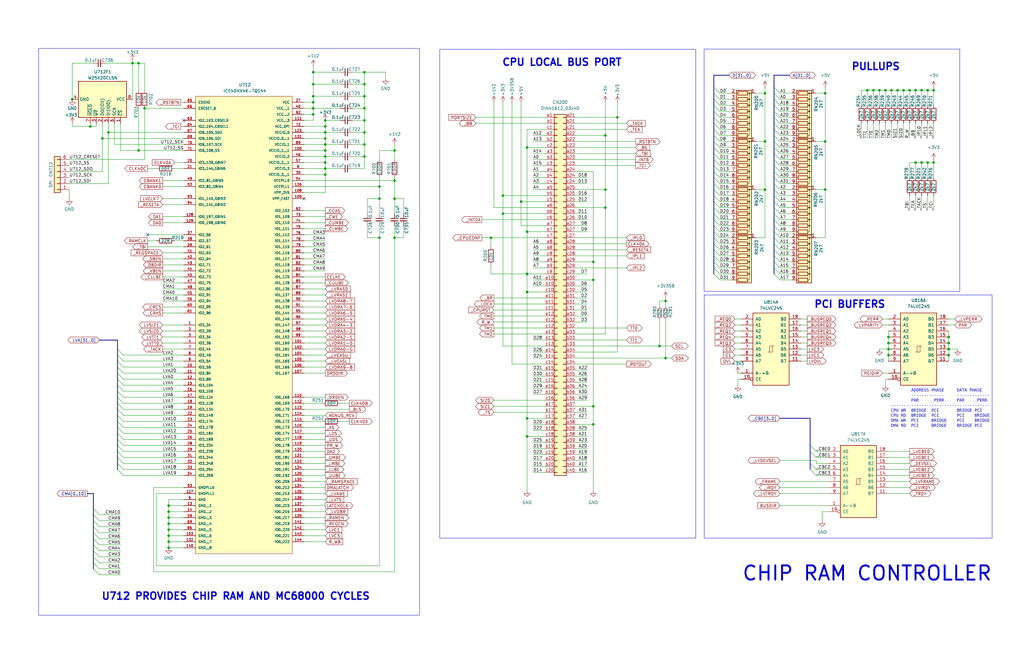
<source format=kicad_sch>
(kicad_sch (version 20231120) (generator "eeschema") (generator_version "8.0")
  (paper "B")
  (title_block (title "AMIGA PCI") (date "2025-07-11") (rev "6.0"))
  (junction (at 255.27 57.15))
  (junction (at 166.37 100.33))
  (junction (at 153.67 30.48))
  (junction (at 250.19 179.07))
  (junction (at 374.65 149.86))
  (junction (at 280.67 127))
  (junction (at 166.37 76.2))
  (junction (at 400.05 144.78))
  (junction (at 400.05 142.24))
  (junction (at 207.01 100.33))
  (junction (at 219.71 85.09))
  (junction (at 137.16 53.34))
  (junction (at 347.98 39.37))
  (junction (at 137.16 58.42))
  (junction (at 153.67 50.8))
  (junction (at 278.13 146.05))
  (junction (at 153.67 55.88))
  (junction (at 160.02 83.82))
  (junction (at 378.46 38.1))
  (junction (at 71.12 223.52))
  (junction (at 222.25 62.23))
  (junction (at 222.25 123.19))
  (junction (at 132.08 43.18))
  (junction (at 368.3 38.1))
  (junction (at 212.09 82.55))
  (junction (at 322.58 80.01))
  (junction (at 322.58 39.37))
  (junction (at 30.48 41.91))
  (junction (at 322.58 59.69))
  (junction (at 365.76 38.1))
  (junction (at 260.35 49.53))
  (junction (at 250.19 110.49))
  (junction (at 137.16 66.04))
  (junction (at 347.98 80.01))
  (junction (at 166.37 83.82))
  (junction (at 132.08 48.26))
  (junction (at 132.08 35.56))
  (junction (at 71.12 220.98))
  (junction (at 347.98 59.69))
  (junction (at 250.19 171.45))
  (junction (at 137.16 73.66))
  (junction (at 137.16 60.96))
  (junction (at 71.12 231.14))
  (junction (at 153.67 60.96))
  (junction (at 250.19 118.11))
  (junction (at 391.16 38.1))
  (junction (at 137.16 50.8))
  (junction (at 222.25 97.79))
  (junction (at 370.84 38.1))
  (junction (at 386.08 68.58))
  (junction (at 71.12 213.36))
  (junction (at 160.02 78.74))
  (junction (at 375.92 38.1))
  (junction (at 55.88 26.67))
  (junction (at 153.67 40.64))
  (junction (at 137.16 55.88))
  (junction (at 222.25 176.53))
  (junction (at 45.72 55.88))
  (junction (at 400.05 149.86))
  (junction (at 255.27 87.63))
  (junction (at 60.96 45.72))
  (junction (at 381 38.1))
  (junction (at 374.65 142.24))
  (junction (at 166.37 63.5))
  (junction (at 388.62 68.58))
  (junction (at 393.7 68.58))
  (junction (at 71.12 228.6))
  (junction (at 222.25 115.57))
  (junction (at 160.02 100.33))
  (junction (at 400.05 147.32))
  (junction (at 374.65 147.32))
  (junction (at 374.65 144.78))
  (junction (at 386.08 38.1))
  (junction (at 393.7 38.1))
  (junction (at 71.12 215.9))
  (junction (at 280.67 151.13))
  (junction (at 153.67 45.72))
  (junction (at 132.08 45.72))
  (junction (at 373.38 38.1))
  (junction (at 153.67 66.04))
  (junction (at 58.42 63.5))
  (junction (at 137.16 68.58))
  (junction (at 58.42 26.67))
  (junction (at 38.1 53.34))
  (junction (at 222.25 184.15))
  (junction (at 132.08 40.64))
  (junction (at 391.16 68.58))
  (junction (at 137.16 71.12))
  (junction (at 388.62 38.1))
  (junction (at 383.54 38.1))
  (junction (at 132.08 30.48))
  (junction (at 71.12 218.44))
  (junction (at 137.16 63.5))
  (junction (at 43.18 58.42))
  (junction (at 153.67 35.56))
  (junction (at 71.12 226.06))
  (junction (at 255.27 80.01))
  (junction (at 212.09 90.17))
  (no_connect (at 77.47 50.8))
  (no_connect (at 62.23 99.06))
  (no_connect (at 128.27 83.82))
  (bus_entry (at 328.93 87.63) (size -2.54 -2.54))
  (bus_entry (at 303.53 118.11) (size -2.54 -2.54))
  (bus_entry (at 328.93 57.15) (size -2.54 -2.54))
  (bus_entry (at 49.53 187.96) (size 2.54 2.54))
  (bus_entry (at 49.53 198.12) (size 2.54 2.54))
  (bus_entry (at 328.93 44.45) (size -2.54 -2.54))
  (bus_entry (at 328.93 110.49) (size -2.54 -2.54))
  (bus_entry (at 303.53 44.45) (size -2.54 -2.54))
  (bus_entry (at 49.53 195.58) (size 2.54 2.54))
  (bus_entry (at 328.93 118.11) (size -2.54 -2.54))
  (bus_entry (at 328.93 49.53) (size -2.54 -2.54))
  (bus_entry (at 328.93 77.47) (size -2.54 -2.54))
  (bus_entry (at 303.53 113.03) (size -2.54 -2.54))
  (bus_entry (at 328.93 100.33) (size -2.54 -2.54))
  (bus_entry (at 303.53 67.31) (size -2.54 -2.54))
  (bus_entry (at 341.63 187.96) (size 2.54 2.54))
  (bus_entry (at 303.53 110.49) (size -2.54 -2.54))
  (bus_entry (at 328.93 97.79) (size -2.54 -2.54))
  (bus_entry (at 303.53 64.77) (size -2.54 -2.54))
  (bus_entry (at 49.53 162.56) (size 2.54 2.54))
  (bus_entry (at 328.93 113.03) (size -2.54 -2.54))
  (bus_entry (at 49.53 177.8) (size 2.54 2.54))
  (bus_entry (at 303.53 41.91) (size -2.54 -2.54))
  (bus_entry (at 303.53 54.61) (size -2.54 -2.54))
  (bus_entry (at 328.93 82.55) (size -2.54 -2.54))
  (bus_entry (at 41.91 237.49) (size -2.54 -2.54))
  (bus_entry (at 328.93 59.69) (size -2.54 -2.54))
  (bus_entry (at 328.93 54.61) (size -2.54 -2.54))
  (bus_entry (at 303.53 115.57) (size -2.54 -2.54))
  (bus_entry (at 303.53 105.41) (size -2.54 -2.54))
  (bus_entry (at 49.53 160.02) (size 2.54 2.54))
  (bus_entry (at 303.53 69.85) (size -2.54 -2.54))
  (bus_entry (at 328.93 95.25) (size -2.54 -2.54))
  (bus_entry (at 303.53 62.23) (size -2.54 -2.54))
  (bus_entry (at 49.53 157.48) (size 2.54 2.54))
  (bus_entry (at 328.93 46.99) (size -2.54 -2.54))
  (bus_entry (at 49.53 149.86) (size 2.54 2.54))
  (bus_entry (at 49.53 170.18) (size 2.54 2.54))
  (bus_entry (at 328.93 67.31) (size -2.54 -2.54))
  (bus_entry (at 328.93 80.01) (size -2.54 -2.54))
  (bus_entry (at 303.53 97.79) (size -2.54 -2.54))
  (bus_entry (at 303.53 72.39) (size -2.54 -2.54))
  (bus_entry (at 328.93 52.07) (size -2.54 -2.54))
  (bus_entry (at 303.53 90.17) (size -2.54 -2.54))
  (bus_entry (at 49.53 190.5) (size 2.54 2.54))
  (bus_entry (at 328.93 41.91) (size -2.54 -2.54))
  (bus_entry (at 328.93 74.93) (size -2.54 -2.54))
  (bus_entry (at 303.53 87.63) (size -2.54 -2.54))
  (bus_entry (at 303.53 59.69) (size -2.54 -2.54))
  (bus_entry (at 303.53 102.87) (size -2.54 -2.54))
  (bus_entry (at 303.53 57.15) (size -2.54 -2.54))
  (bus_entry (at 328.93 39.37) (size -2.54 -2.54))
  (bus_entry (at 41.91 217.17) (size -2.54 -2.54))
  (bus_entry (at 303.53 82.55) (size -2.54 -2.54))
  (bus_entry (at 49.53 193.04) (size 2.54 2.54))
  (bus_entry (at 41.91 242.57) (size -2.54 -2.54))
  (bus_entry (at 49.53 175.26) (size 2.54 2.54))
  (bus_entry (at 49.53 154.94) (size 2.54 2.54))
  (bus_entry (at 41.91 224.79) (size -2.54 -2.54))
  (bus_entry (at 328.93 107.95) (size -2.54 -2.54))
  (bus_entry (at 41.91 222.25) (size -2.54 -2.54))
  (bus_entry (at 328.93 92.71) (size -2.54 -2.54))
  (bus_entry (at 303.53 80.01) (size -2.54 -2.54))
  (bus_entry (at 41.91 232.41) (size -2.54 -2.54))
  (bus_entry (at 303.53 95.25) (size -2.54 -2.54))
  (bus_entry (at 303.53 49.53) (size -2.54 -2.54))
  (bus_entry (at 303.53 100.33) (size -2.54 -2.54))
  (bus_entry (at 328.93 64.77) (size -2.54 -2.54))
  (bus_entry (at 49.53 180.34) (size 2.54 2.54))
  (bus_entry (at 49.53 147.32) (size 2.54 2.54))
  (bus_entry (at 49.53 165.1) (size 2.54 2.54))
  (bus_entry (at 328.93 115.57) (size -2.54 -2.54))
  (bus_entry (at 303.53 107.95) (size -2.54 -2.54))
  (bus_entry (at 303.53 39.37) (size -2.54 -2.54))
  (bus_entry (at 303.53 92.71) (size -2.54 -2.54))
  (bus_entry (at 303.53 74.93) (size -2.54 -2.54))
  (bus_entry (at 341.63 195.58) (size 2.54 2.54))
  (bus_entry (at 41.91 227.33) (size -2.54 -2.54))
  (bus_entry (at 341.63 190.5) (size 2.54 2.54))
  (bus_entry (at 328.93 69.85) (size -2.54 -2.54))
  (bus_entry (at 41.91 219.71) (size -2.54 -2.54))
  (bus_entry (at 328.93 85.09) (size -2.54 -2.54))
  (bus_entry (at 41.91 240.03) (size -2.54 -2.54))
  (bus_entry (at 49.53 167.64) (size 2.54 2.54))
  (bus_entry (at 328.93 105.41) (size -2.54 -2.54))
  (bus_entry (at 41.91 229.87) (size -2.54 -2.54))
  (bus_entry (at 49.53 152.4) (size 2.54 2.54))
  (bus_entry (at 303.53 77.47) (size -2.54 -2.54))
  (bus_entry (at 303.53 85.09) (size -2.54 -2.54))
  (bus_entry (at 49.53 182.88) (size 2.54 2.54))
  (bus_entry (at 341.63 198.12) (size 2.54 2.54))
  (bus_entry (at 49.53 172.72) (size 2.54 2.54))
  (bus_entry (at 303.53 46.99) (size -2.54 -2.54))
  (bus_entry (at 328.93 72.39) (size -2.54 -2.54))
  (bus_entry (at 328.93 62.23) (size -2.54 -2.54))
  (bus_entry (at 303.53 52.07) (size -2.54 -2.54))
  (bus_entry (at 328.93 102.87) (size -2.54 -2.54))
  (bus_entry (at 328.93 90.17) (size -2.54 -2.54))
  (bus_entry (at 49.53 185.42) (size 2.54 2.54))
  (bus_entry (at 41.91 234.95) (size -2.54 -2.54))
  (wire (pts (xy 368.3 52.07) (xy 368.3 58.42)))
  (wire (pts (xy 242.57 100.33) (xy 264.16 100.33)))
  (wire (pts (xy 55.88 26.67) (xy 44.45 26.67)))
  (wire (pts (xy 132.08 40.64) (xy 132.08 43.18)))
  (wire (pts (xy 148.59 55.88) (xy 153.67 55.88)))
  (wire (pts (xy 334.01 105.41) (xy 328.93 105.41)))
  (wire (pts (xy 224.79 161.29) (xy 229.87 161.29)))
  (wire (pts (xy 247.65 123.19) (xy 242.57 123.19)))
  (wire (pts (xy 212.09 90.17) (xy 212.09 146.05)))
  (bus (pts (xy 326.39 52.07) (xy 326.39 54.61)))
  (wire (pts (xy 308.61 92.71) (xy 303.53 92.71)))
  (wire (pts (xy 308.61 49.53) (xy 303.53 49.53)))
  (wire (pts (xy 77.47 83.82) (xy 68.58 83.82)))
  (wire (pts (xy 137.16 134.62) (xy 128.27 134.62)))
  (wire (pts (xy 224.79 163.83) (xy 229.87 163.83)))
  (wire (pts (xy 137.16 60.96) (xy 137.16 63.5)))
  (wire (pts (xy 52.07 160.02) (xy 77.47 160.02)))
  (wire (pts (xy 64.77 241.3) (xy 166.37 241.3)))
  (wire (pts (xy 55.88 41.91) (xy 55.88 26.67)))
  (wire (pts (xy 153.67 60.96) (xy 153.67 66.04)))
  (wire (pts (xy 58.42 26.67) (xy 55.88 26.67)))
  (wire (pts (xy 64.77 205.74) (xy 77.47 205.74)))
  (wire (pts (xy 224.79 181.61) (xy 229.87 181.61)))
  (bus (pts (xy 300.99 110.49) (xy 300.99 107.95)))
  (wire (pts (xy 71.12 215.9) (xy 77.47 215.9)))
  (wire (pts (xy 77.47 78.74) (xy 68.58 78.74)))
  (wire (pts (xy 242.57 146.05) (xy 278.13 146.05)))
  (wire (pts (xy 374.65 139.7) (xy 374.65 142.24)))
  (bus (pts (xy 300.99 59.69) (xy 300.99 57.15)))
  (wire (pts (xy 68.58 137.16) (xy 77.47 137.16)))
  (wire (pts (xy 137.16 142.24) (xy 128.27 142.24)))
  (wire (pts (xy 137.16 147.32) (xy 128.27 147.32)))
  (wire (pts (xy 388.62 88.9) (xy 388.62 82.55)))
  (wire (pts (xy 378.46 58.42) (xy 378.46 52.07)))
  (wire (pts (xy 207.01 111.76) (xy 207.01 115.57)))
  (wire (pts (xy 309.88 147.32) (xy 312.42 147.32)))
  (wire (pts (xy 224.79 158.75) (xy 229.87 158.75)))
  (wire (pts (xy 208.28 43.18) (xy 208.28 87.63)))
  (wire (pts (xy 77.47 129.54) (xy 68.58 129.54)))
  (wire (pts (xy 128.27 58.42) (xy 137.16 58.42)))
  (wire (pts (xy 224.79 74.93) (xy 229.87 74.93)))
  (wire (pts (xy 160.02 90.17) (xy 160.02 83.82)))
  (bus (pts (xy 300.99 107.95) (xy 300.99 105.41)))
  (wire (pts (xy 52.07 185.42) (xy 77.47 185.42)))
  (wire (pts (xy 60.96 67.31) (xy 60.96 45.72)))
  (wire (pts (xy 308.61 67.31) (xy 303.53 67.31)))
  (wire (pts (xy 30.48 26.67) (xy 39.37 26.67)))
  (wire (pts (xy 166.37 90.17) (xy 166.37 83.82)))
  (wire (pts (xy 347.98 80.01) (xy 347.98 100.33)))
  (wire (pts (xy 128.27 129.54) (xy 137.16 129.54)))
  (wire (pts (xy 128.27 170.18) (xy 135.89 170.18)))
  (wire (pts (xy 77.47 127) (xy 68.58 127)))
  (wire (pts (xy 128.27 226.06) (xy 137.16 226.06)))
  (wire (pts (xy 247.65 95.25) (xy 242.57 95.25)))
  (wire (pts (xy 383.54 208.28) (xy 374.65 208.28)))
  (wire (pts (xy 247.65 168.91) (xy 242.57 168.91)))
  (wire (pts (xy 242.57 171.45) (xy 250.19 171.45)))
  (wire (pts (xy 388.62 38.1) (xy 391.16 38.1)))
  (wire (pts (xy 308.61 82.55) (xy 303.53 82.55)))
  (wire (pts (xy 247.65 97.79) (xy 242.57 97.79)))
  (wire (pts (xy 137.16 127) (xy 128.27 127)))
  (wire (pts (xy 368.3 38.1) (xy 368.3 44.45)))
  (wire (pts (xy 137.16 137.16) (xy 128.27 137.16)))
  (bus (pts (xy 300.99 67.31) (xy 300.99 64.77)))
  (wire (pts (xy 224.79 107.95) (xy 229.87 107.95)))
  (wire (pts (xy 322.58 59.69) (xy 322.58 80.01)))
  (wire (pts (xy 365.76 38.1) (xy 365.76 44.45)))
  (wire (pts (xy 391.16 58.42) (xy 391.16 52.07)))
  (bus (pts (xy 39.37 222.25) (xy 39.37 219.71)))
  (wire (pts (xy 318.77 100.33) (xy 322.58 100.33)))
  (wire (pts (xy 334.01 52.07) (xy 328.93 52.07)))
  (bus (pts (xy 39.37 214.63) (xy 39.37 208.28)))
  (wire (pts (xy 137.16 63.5) (xy 137.16 66.04)))
  (wire (pts (xy 400.05 147.32) (xy 400.05 149.86)))
  (wire (pts (xy 208.28 168.91) (xy 229.87 168.91)))
  (wire (pts (xy 400.05 142.24) (xy 400.05 144.78)))
  (wire (pts (xy 143.51 170.18) (xy 147.32 170.18)))
  (wire (pts (xy 128.27 45.72) (xy 132.08 45.72)))
  (bus (pts (xy 300.99 44.45) (xy 300.99 41.91)))
  (wire (pts (xy 308.61 59.69) (xy 303.53 59.69)))
  (bus (pts (xy 326.39 59.69) (xy 326.39 62.23)))
  (wire (pts (xy 383.54 205.74) (xy 374.65 205.74)))
  (wire (pts (xy 29.21 72.39) (xy 43.18 72.39)))
  (wire (pts (xy 160.02 74.93) (xy 160.02 78.74)))
  (wire (pts (xy 322.58 39.37) (xy 322.58 59.69)))
  (wire (pts (xy 58.42 63.5) (xy 77.47 63.5)))
  (bus (pts (xy 326.39 49.53) (xy 326.39 52.07)))
  (wire (pts (xy 137.16 114.3) (xy 128.27 114.3)))
  (wire (pts (xy 43.18 52.07) (xy 43.18 58.42)))
  (wire (pts (xy 309.88 149.86) (xy 312.42 149.86)))
  (wire (pts (xy 347.98 59.69) (xy 347.98 80.01)))
  (wire (pts (xy 278.13 146.05) (xy 283.21 146.05)))
  (wire (pts (xy 224.79 69.85) (xy 229.87 69.85)))
  (wire (pts (xy 242.57 52.07) (xy 264.16 52.07)))
  (wire (pts (xy 247.65 135.89) (xy 242.57 135.89)))
  (wire (pts (xy 372.11 157.48) (xy 374.65 157.48)))
  (wire (pts (xy 372.11 137.16) (xy 374.65 137.16)))
  (wire (pts (xy 52.07 190.5) (xy 77.47 190.5)))
  (wire (pts (xy 128.27 132.08) (xy 137.16 132.08)))
  (wire (pts (xy 128.27 76.2) (xy 166.37 76.2)))
  (wire (pts (xy 388.62 58.42) (xy 388.62 52.07)))
  (bus (pts (xy 300.99 52.07) (xy 300.99 49.53)))
  (wire (pts (xy 365.76 52.07) (xy 365.76 58.42)))
  (wire (pts (xy 137.16 81.28) (xy 128.27 81.28)))
  (wire (pts (xy 137.16 195.58) (xy 128.27 195.58)))
  (wire (pts (xy 128.27 60.96) (xy 137.16 60.96)))
  (wire (pts (xy 132.08 48.26) (xy 132.08 50.8)))
  (wire (pts (xy 242.57 143.51) (xy 264.16 143.51)))
  (bus (pts (xy 326.39 44.45) (xy 326.39 46.99)))
  (wire (pts (xy 247.65 133.35) (xy 242.57 133.35)))
  (wire (pts (xy 391.16 68.58) (xy 393.7 68.58)))
  (bus (pts (xy 41.91 143.51) (xy 49.53 143.51)))
  (wire (pts (xy 128.27 208.28) (xy 137.16 208.28)))
  (wire (pts (xy 224.79 118.11) (xy 229.87 118.11)))
  (wire (pts (xy 318.77 59.69) (xy 322.58 59.69)))
  (wire (pts (xy 344.17 193.04) (xy 349.25 193.04)))
  (wire (pts (xy 383.54 68.58) (xy 386.08 68.58)))
  (wire (pts (xy 41.91 237.49) (xy 50.8 237.49)))
  (wire (pts (xy 52.07 193.04) (xy 77.47 193.04)))
  (wire (pts (xy 153.67 66.04) (xy 153.67 71.12)))
  (bus (pts (xy 341.63 195.58) (xy 341.63 190.5)))
  (wire (pts (xy 128.27 116.84) (xy 137.16 116.84)))
  (wire (pts (xy 334.01 67.31) (xy 328.93 67.31)))
  (wire (pts (xy 212.09 43.18) (xy 212.09 82.55)))
  (wire (pts (xy 334.01 92.71) (xy 328.93 92.71)))
  (wire (pts (xy 383.54 200.66) (xy 374.65 200.66)))
  (wire (pts (xy 242.57 59.69) (xy 267.97 59.69)))
  (wire (pts (xy 349.25 215.9) (xy 346.71 215.9)))
  (wire (pts (xy 344.17 59.69) (xy 347.98 59.69)))
  (wire (pts (xy 208.28 87.63) (xy 229.87 87.63)))
  (wire (pts (xy 38.1 53.34) (xy 38.1 52.07)))
  (wire (pts (xy 128.27 218.44) (xy 137.16 218.44)))
  (wire (pts (xy 128.27 66.04) (xy 137.16 66.04)))
  (bus (pts (xy 326.39 39.37) (xy 326.39 41.91)))
  (bus (pts (xy 300.99 113.03) (xy 300.99 110.49)))
  (bus (pts (xy 300.99 54.61) (xy 300.99 52.07)))
  (wire (pts (xy 242.57 69.85) (xy 267.97 69.85)))
  (bus (pts (xy 49.53 195.58) (xy 49.53 193.04)))
  (bus (pts (xy 49.53 172.72) (xy 49.53 170.18)))
  (wire (pts (xy 370.84 38.1) (xy 370.84 44.45)))
  (wire (pts (xy 247.65 186.69) (xy 242.57 186.69)))
  (wire (pts (xy 128.27 205.74) (xy 137.16 205.74)))
  (wire (pts (xy 224.79 64.77) (xy 229.87 64.77)))
  (wire (pts (xy 242.57 113.03) (xy 264.16 113.03)))
  (wire (pts (xy 381 58.42) (xy 381 52.07)))
  (wire (pts (xy 219.71 85.09) (xy 219.71 95.25)))
  (wire (pts (xy 278.13 134.62) (xy 278.13 146.05)))
  (wire (pts (xy 137.16 198.12) (xy 128.27 198.12)))
  (wire (pts (xy 400.05 147.32) (xy 403.86 147.32)))
  (wire (pts (xy 247.65 115.57) (xy 242.57 115.57)))
  (wire (pts (xy 386.08 58.42) (xy 386.08 52.07)))
  (wire (pts (xy 137.16 203.2) (xy 128.27 203.2)))
  (bus (pts (xy 49.53 149.86) (xy 49.53 147.32)))
  (bus (pts (xy 326.39 67.31) (xy 326.39 69.85)))
  (wire (pts (xy 137.16 193.04) (xy 128.27 193.04)))
  (wire (pts (xy 400.05 149.86) (xy 400.05 152.4)))
  (wire (pts (xy 322.58 39.37) (xy 318.77 39.37)))
  (wire (pts (xy 222.25 62.23) (xy 222.25 97.79)))
  (wire (pts (xy 334.01 62.23) (xy 328.93 62.23)))
  (wire (pts (xy 308.61 102.87) (xy 303.53 102.87)))
  (wire (pts (xy 224.79 113.03) (xy 229.87 113.03)))
  (wire (pts (xy 247.65 130.81) (xy 242.57 130.81)))
  (wire (pts (xy 60.96 45.72) (xy 77.47 45.72)))
  (bus (pts (xy 300.99 74.93) (xy 300.99 72.39)))
  (wire (pts (xy 222.25 176.53) (xy 229.87 176.53)))
  (wire (pts (xy 309.88 134.62) (xy 312.42 134.62)))
  (wire (pts (xy 340.36 144.78) (xy 337.82 144.78)))
  (wire (pts (xy 222.25 176.53) (xy 222.25 184.15)))
  (wire (pts (xy 137.16 71.12) (xy 143.51 71.12)))
  (wire (pts (xy 402.59 134.62) (xy 400.05 134.62)))
  (wire (pts (xy 381 38.1) (xy 383.54 38.1)))
  (wire (pts (xy 383.54 88.9) (xy 383.54 82.55)))
  (wire (pts (xy 77.47 142.24) (xy 68.58 142.24)))
  (wire (pts (xy 334.01 57.15) (xy 328.93 57.15)))
  (wire (pts (xy 242.57 49.53) (xy 260.35 49.53)))
  (wire (pts (xy 71.12 215.9) (xy 71.12 218.44)))
  (wire (pts (xy 41.91 219.71) (xy 50.8 219.71)))
  (wire (pts (xy 137.16 68.58) (xy 137.16 71.12)))
  (wire (pts (xy 222.25 115.57) (xy 222.25 123.19)))
  (bus (pts (xy 49.53 175.26) (xy 49.53 172.72)))
  (wire (pts (xy 247.65 82.55) (xy 242.57 82.55)))
  (wire (pts (xy 242.57 62.23) (xy 267.97 62.23)))
  (wire (pts (xy 378.46 38.1) (xy 378.46 44.45)))
  (wire (pts (xy 215.9 43.18) (xy 215.9 153.67)))
  (bus (pts (xy 341.63 187.96) (xy 341.63 176.53)))
  (wire (pts (xy 334.01 74.93) (xy 328.93 74.93)))
  (wire (pts (xy 128.27 68.58) (xy 137.16 68.58)))
  (wire (pts (xy 224.79 186.69) (xy 229.87 186.69)))
  (bus (pts (xy 300.99 77.47) (xy 300.99 74.93)))
  (wire (pts (xy 334.01 90.17) (xy 328.93 90.17)))
  (wire (pts (xy 137.16 167.64) (xy 128.27 167.64)))
  (wire (pts (xy 224.79 59.69) (xy 229.87 59.69)))
  (wire (pts (xy 128.27 101.6) (xy 137.16 101.6)))
  (bus (pts (xy 300.99 102.87) (xy 300.99 100.33)))
  (bus (pts (xy 49.53 170.18) (xy 49.53 167.64)))
  (wire (pts (xy 128.27 172.72) (xy 147.32 172.72)))
  (wire (pts (xy 224.79 67.31) (xy 229.87 67.31)))
  (wire (pts (xy 222.25 62.23) (xy 229.87 62.23)))
  (wire (pts (xy 52.07 175.26) (xy 77.47 175.26)))
  (wire (pts (xy 308.61 57.15) (xy 303.53 57.15)))
  (wire (pts (xy 153.67 35.56) (xy 153.67 30.48)))
  (wire (pts (xy 222.25 184.15) (xy 229.87 184.15)))
  (wire (pts (xy 128.27 139.7) (xy 137.16 139.7)))
  (wire (pts (xy 224.79 191.77) (xy 229.87 191.77)))
  (wire (pts (xy 45.72 55.88) (xy 77.47 55.88)))
  (wire (pts (xy 132.08 27.94) (xy 132.08 30.48)))
  (bus (pts (xy 341.63 176.53) (xy 328.93 176.53)))
  (wire (pts (xy 309.88 137.16) (xy 312.42 137.16)))
  (bus (pts (xy 326.39 64.77) (xy 326.39 67.31)))
  (wire (pts (xy 309.88 142.24) (xy 312.42 142.24)))
  (wire (pts (xy 247.65 92.71) (xy 242.57 92.71)))
  (wire (pts (xy 77.47 116.84) (xy 68.58 116.84)))
  (wire (pts (xy 68.58 147.32) (xy 77.47 147.32)))
  (wire (pts (xy 48.26 60.96) (xy 48.26 52.07)))
  (wire (pts (xy 334.01 72.39) (xy 328.93 72.39)))
  (wire (pts (xy 247.65 120.65) (xy 242.57 120.65)))
  (bus (pts (xy 49.53 190.5) (xy 49.53 187.96)))
  (wire (pts (xy 386.08 88.9) (xy 386.08 82.55)))
  (wire (pts (xy 132.08 43.18) (xy 132.08 45.72)))
  (wire (pts (xy 375.92 52.07) (xy 375.92 58.42)))
  (bus (pts (xy 49.53 147.32) (xy 49.53 143.51)))
  (wire (pts (xy 247.65 163.83) (xy 242.57 163.83)))
  (wire (pts (xy 280.67 134.62) (xy 280.67 151.13)))
  (wire (pts (xy 311.15 160.02) (xy 311.15 162.56)))
  (bus (pts (xy 49.53 162.56) (xy 49.53 160.02)))
  (wire (pts (xy 334.01 113.03) (xy 328.93 113.03)))
  (wire (pts (xy 363.22 38.1) (xy 365.76 38.1)))
  (wire (pts (xy 229.87 153.67) (xy 215.9 153.67)))
  (wire (pts (xy 340.36 134.62) (xy 337.82 134.62)))
  (wire (pts (xy 260.35 49.53) (xy 260.35 148.59)))
  (bus (pts (xy 326.39 74.93) (xy 326.39 77.47)))
  (wire (pts (xy 334.01 54.61) (xy 328.93 54.61)))
  (wire (pts (xy 208.28 171.45) (xy 229.87 171.45)))
  (wire (pts (xy 71.12 213.36) (xy 77.47 213.36)))
  (wire (pts (xy 148.59 35.56) (xy 153.67 35.56)))
  (bus (pts (xy 39.37 224.79) (xy 39.37 222.25)))
  (wire (pts (xy 229.87 95.25) (xy 219.71 95.25)))
  (wire (pts (xy 322.58 36.83) (xy 322.58 39.37)))
  (wire (pts (xy 247.65 176.53) (xy 242.57 176.53)))
  (wire (pts (xy 62.23 101.6) (xy 66.04 101.6)))
  (wire (pts (xy 203.2 100.33) (xy 207.01 100.33)))
  (bus (pts (xy 326.39 62.23) (xy 326.39 64.77)))
  (wire (pts (xy 308.61 54.61) (xy 303.53 54.61)))
  (wire (pts (xy 128.27 106.68) (xy 137.16 106.68)))
  (wire (pts (xy 308.61 87.63) (xy 303.53 87.63)))
  (bus (pts (xy 326.39 102.87) (xy 326.39 105.41)))
  (bus (pts (xy 39.37 232.41) (xy 39.37 229.87)))
  (wire (pts (xy 224.79 199.39) (xy 229.87 199.39)))
  (wire (pts (xy 38.1 53.34) (xy 40.64 53.34)))
  (wire (pts (xy 128.27 152.4) (xy 137.16 152.4)))
  (bus (pts (xy 300.99 69.85) (xy 300.99 67.31)))
  (wire (pts (xy 224.79 105.41) (xy 229.87 105.41)))
  (wire (pts (xy 154.94 100.33) (xy 160.02 100.33)))
  (wire (pts (xy 224.79 143.51) (xy 229.87 143.51)))
  (wire (pts (xy 308.61 41.91) (xy 303.53 41.91)))
  (wire (pts (xy 71.12 223.52) (xy 77.47 223.52)))
  (bus (pts (xy 39.37 227.33) (xy 39.37 224.79)))
  (wire (pts (xy 247.65 189.23) (xy 242.57 189.23)))
  (wire (pts (xy 41.91 232.41) (xy 50.8 232.41)))
  (bus (pts (xy 39.37 237.49) (xy 39.37 234.95)))
  (bus (pts (xy 39.37 229.87) (xy 39.37 227.33)))
  (wire (pts (xy 137.16 228.6) (xy 128.27 228.6)))
  (wire (pts (xy 77.47 76.2) (xy 68.58 76.2)))
  (wire (pts (xy 30.48 53.34) (xy 30.48 52.07)))
  (wire (pts (xy 308.61 118.11) (xy 303.53 118.11)))
  (wire (pts (xy 52.07 154.94) (xy 77.47 154.94)))
  (wire (pts (xy 388.62 74.93) (xy 388.62 68.58)))
  (wire (pts (xy 334.01 110.49) (xy 328.93 110.49)))
  (wire (pts (xy 334.01 115.57) (xy 328.93 115.57)))
  (wire (pts (xy 308.61 52.07) (xy 303.53 52.07)))
  (bus (pts (xy 39.37 208.28) (xy 36.83 208.28)))
  (wire (pts (xy 132.08 45.72) (xy 143.51 45.72)))
  (wire (pts (xy 340.36 139.7) (xy 337.82 139.7)))
  (wire (pts (xy 128.27 124.46) (xy 137.16 124.46)))
  (wire (pts (xy 309.88 152.4) (xy 312.42 152.4)))
  (bus (pts (xy 300.99 87.63) (xy 300.99 85.09)))
  (wire (pts (xy 222.25 54.61) (xy 222.25 62.23)))
  (wire (pts (xy 247.65 85.09) (xy 242.57 85.09)))
  (wire (pts (xy 52.07 200.66) (xy 77.47 200.66)))
  (wire (pts (xy 308.61 69.85) (xy 303.53 69.85)))
  (wire (pts (xy 247.65 74.93) (xy 242.57 74.93)))
  (wire (pts (xy 77.47 114.3) (xy 68.58 114.3)))
  (wire (pts (xy 71.12 218.44) (xy 77.47 218.44)))
  (wire (pts (xy 41.91 240.03) (xy 50.8 240.03)))
  (wire (pts (xy 137.16 119.38) (xy 128.27 119.38)))
  (bus (pts (xy 49.53 187.96) (xy 49.53 185.42)))
  (wire (pts (xy 247.65 173.99) (xy 242.57 173.99)))
  (wire (pts (xy 309.88 144.78) (xy 312.42 144.78)))
  (wire (pts (xy 77.47 93.98) (xy 68.58 93.98)))
  (wire (pts (xy 224.79 110.49) (xy 229.87 110.49)))
  (wire (pts (xy 52.07 157.48) (xy 77.47 157.48)))
  (bus (pts (xy 326.39 100.33) (xy 326.39 102.87)))
  (wire (pts (xy 137.16 71.12) (xy 137.16 73.66)))
  (wire (pts (xy 137.16 66.04) (xy 143.51 66.04)))
  (wire (pts (xy 132.08 30.48) (xy 132.08 35.56)))
  (bus (pts (xy 326.39 110.49) (xy 326.39 113.03)))
  (wire (pts (xy 383.54 195.58) (xy 374.65 195.58)))
  (wire (pts (xy 71.12 220.98) (xy 77.47 220.98)))
  (wire (pts (xy 77.47 91.44) (xy 68.58 91.44)))
  (wire (pts (xy 222.25 97.79) (xy 222.25 115.57)))
  (bus (pts (xy 300.99 31.75) (xy 307.34 31.75)))
  (wire (pts (xy 255.27 57.15) (xy 255.27 80.01)))
  (wire (pts (xy 68.58 121.92) (xy 77.47 121.92)))
  (wire (pts (xy 255.27 43.18) (xy 255.27 57.15)))
  (wire (pts (xy 347.98 80.01) (xy 344.17 80.01)))
  (wire (pts (xy 308.61 100.33) (xy 303.53 100.33)))
  (wire (pts (xy 41.91 242.57) (xy 50.8 242.57)))
  (wire (pts (xy 208.28 130.81) (xy 229.87 130.81)))
  (wire (pts (xy 224.79 166.37) (xy 229.87 166.37)))
  (wire (pts (xy 71.12 226.06) (xy 77.47 226.06)))
  (wire (pts (xy 242.57 64.77) (xy 267.97 64.77)))
  (wire (pts (xy 247.65 196.85) (xy 242.57 196.85)))
  (wire (pts (xy 71.12 223.52) (xy 71.12 226.06)))
  (wire (pts (xy 148.59 45.72) (xy 153.67 45.72)))
  (bus (pts (xy 300.99 41.91) (xy 300.99 39.37)))
  (wire (pts (xy 41.91 217.17) (xy 50.8 217.17)))
  (wire (pts (xy 52.07 198.12) (xy 77.47 198.12)))
  (wire (pts (xy 43.18 72.39) (xy 43.18 58.42)))
  (bus (pts (xy 326.39 54.61) (xy 326.39 57.15)))
  (bus (pts (xy 326.39 69.85) (xy 326.39 72.39)))
  (bus (pts (xy 326.39 57.15) (xy 326.39 59.69)))
  (wire (pts (xy 148.59 66.04) (xy 153.67 66.04)))
  (wire (pts (xy 128.27 177.8) (xy 135.89 177.8)))
  (bus (pts (xy 326.39 82.55) (xy 326.39 85.09)))
  (wire (pts (xy 334.01 64.77) (xy 328.93 64.77)))
  (wire (pts (xy 52.07 187.96) (xy 77.47 187.96)))
  (wire (pts (xy 68.58 144.78) (xy 77.47 144.78)))
  (wire (pts (xy 68.58 119.38) (xy 77.47 119.38)))
  (wire (pts (xy 224.79 72.39) (xy 229.87 72.39)))
  (wire (pts (xy 128.27 93.98) (xy 137.16 93.98)))
  (wire (pts (xy 308.61 44.45) (xy 303.53 44.45)))
  (wire (pts (xy 208.28 133.35) (xy 229.87 133.35)))
  (bus (pts (xy 326.39 46.99) (xy 326.39 49.53)))
  (bus (pts (xy 39.37 240.03) (xy 39.37 237.49)))
  (wire (pts (xy 247.65 128.27) (xy 242.57 128.27)))
  (wire (pts (xy 328.93 194.31) (xy 344.17 194.31)))
  (bus (pts (xy 49.53 154.94) (xy 49.53 152.4)))
  (wire (pts (xy 73.66 101.6) (xy 77.47 101.6)))
  (wire (pts (xy 334.01 80.01) (xy 328.93 80.01)))
  (wire (pts (xy 66.04 71.12) (xy 62.23 71.12)))
  (wire (pts (xy 68.58 111.76) (xy 77.47 111.76)))
  (wire (pts (xy 71.12 226.06) (xy 71.12 228.6)))
  (wire (pts (xy 309.88 139.7) (xy 312.42 139.7)))
  (wire (pts (xy 58.42 45.72) (xy 58.42 63.5)))
  (wire (pts (xy 128.27 213.36) (xy 137.16 213.36)))
  (wire (pts (xy 383.54 190.5) (xy 374.65 190.5)))
  (bus (pts (xy 49.53 167.64) (xy 49.53 165.1)))
  (wire (pts (xy 153.67 30.48) (xy 148.59 30.48)))
  (wire (pts (xy 128.27 210.82) (xy 137.16 210.82)))
  (wire (pts (xy 378.46 38.1) (xy 381 38.1)))
  (wire (pts (xy 50.8 63.5) (xy 50.8 52.07)))
  (wire (pts (xy 148.59 40.64) (xy 153.67 40.64)))
  (wire (pts (xy 308.61 62.23) (xy 303.53 62.23)))
  (wire (pts (xy 132.08 30.48) (xy 143.51 30.48)))
  (wire (pts (xy 219.71 85.09) (xy 229.87 85.09)))
  (wire (pts (xy 308.61 115.57) (xy 303.53 115.57)))
  (wire (pts (xy 137.16 55.88) (xy 137.16 58.42)))
  (wire (pts (xy 349.25 195.58) (xy 344.17 195.58)))
  (wire (pts (xy 346.71 215.9) (xy 346.71 219.71)))
  (wire (pts (xy 242.57 118.11) (xy 250.19 118.11)))
  (wire (pts (xy 52.07 172.72) (xy 77.47 172.72)))
  (wire (pts (xy 160.02 78.74) (xy 160.02 83.82)))
  (wire (pts (xy 137.16 73.66) (xy 137.16 81.28)))
  (wire (pts (xy 137.16 50.8) (xy 137.16 53.34)))
  (wire (pts (xy 76.2 53.34) (xy 77.47 53.34)))
  (wire (pts (xy 52.07 162.56) (xy 77.47 162.56)))
  (wire (pts (xy 29.21 77.47) (xy 45.72 77.47)))
  (bus (pts (xy 300.99 57.15) (xy 300.99 54.61)))
  (wire (pts (xy 153.67 45.72) (xy 153.67 40.64)))
  (bus (pts (xy 300.99 49.53) (xy 300.99 46.99)))
  (wire (pts (xy 368.3 38.1) (xy 370.84 38.1)))
  (wire (pts (xy 242.57 151.13) (xy 280.67 151.13)))
  (wire (pts (xy 77.47 104.14) (xy 62.23 104.14)))
  (wire (pts (xy 322.58 80.01) (xy 322.58 100.33)))
  (wire (pts (xy 308.61 80.01) (xy 303.53 80.01)))
  (wire (pts (xy 153.67 40.64) (xy 153.67 35.56)))
  (wire (pts (xy 71.12 210.82) (xy 71.12 213.36)))
  (wire (pts (xy 137.16 50.8) (xy 143.51 50.8)))
  (wire (pts (xy 383.54 38.1) (xy 386.08 38.1)))
  (wire (pts (xy 77.47 68.58) (xy 73.66 68.58)))
  (wire (pts (xy 224.79 151.13) (xy 229.87 151.13)))
  (wire (pts (xy 373.38 160.02) (xy 373.38 162.56)))
  (wire (pts (xy 154.94 90.17) (xy 154.94 83.82)))
  (wire (pts (xy 386.08 38.1) (xy 388.62 38.1)))
  (wire (pts (xy 29.21 67.31) (xy 60.96 67.31)))
  (wire (pts (xy 137.16 66.04) (xy 137.16 68.58)))
  (wire (pts (xy 280.67 125.73) (xy 280.67 127)))
  (bus (pts (xy 326.39 31.75) (xy 332.74 31.75)))
  (wire (pts (xy 132.08 35.56) (xy 143.51 35.56)))
  (bus (pts (xy 49.53 160.02) (xy 49.53 157.48)))
  (wire (pts (xy 224.79 120.65) (xy 229.87 120.65)))
  (wire (pts (xy 166.37 74.93) (xy 166.37 76.2)))
  (wire (pts (xy 247.65 194.31) (xy 242.57 194.31)))
  (wire (pts (xy 400.05 139.7) (xy 400.05 142.24)))
  (wire (pts (xy 383.54 58.42) (xy 383.54 52.07)))
  (wire (pts (xy 128.27 73.66) (xy 137.16 73.66)))
  (wire (pts (xy 334.01 102.87) (xy 328.93 102.87)))
  (wire (pts (xy 344.17 100.33) (xy 347.98 100.33)))
  (bus (pts (xy 326.39 113.03) (xy 326.39 115.57)))
  (bus (pts (xy 300.99 90.17) (xy 300.99 87.63)))
  (wire (pts (xy 334.01 107.95) (xy 328.93 107.95)))
  (wire (pts (xy 224.79 102.87) (xy 229.87 102.87)))
  (wire (pts (xy 153.67 50.8) (xy 153.67 45.72)))
  (wire (pts (xy 208.28 140.97) (xy 229.87 140.97)))
  (wire (pts (xy 41.91 222.25) (xy 50.8 222.25)))
  (bus (pts (xy 49.53 182.88) (xy 49.53 180.34)))
  (wire (pts (xy 393.7 44.45) (xy 393.7 38.1)))
  (wire (pts (xy 242.57 54.61) (xy 264.16 54.61)))
  (wire (pts (xy 340.36 149.86) (xy 337.82 149.86)))
  (wire (pts (xy 137.16 53.34) (xy 137.16 55.88)))
  (wire (pts (xy 60.96 38.1) (xy 60.96 26.67)))
  (wire (pts (xy 308.61 95.25) (xy 303.53 95.25)))
  (wire (pts (xy 250.19 179.07) (xy 250.19 207.01)))
  (wire (pts (xy 52.07 165.1) (xy 77.47 165.1)))
  (wire (pts (xy 71.12 228.6) (xy 77.47 228.6)))
  (wire (pts (xy 393.7 67.31) (xy 393.7 68.58)))
  (wire (pts (xy 347.98 36.83) (xy 347.98 39.37)))
  (wire (pts (xy 334.01 69.85) (xy 328.93 69.85)))
  (wire (pts (xy 386.08 68.58) (xy 386.08 74.93)))
  (wire (pts (xy 68.58 139.7) (xy 77.47 139.7)))
  (wire (pts (xy 52.07 152.4) (xy 77.47 152.4)))
  (wire (pts (xy 334.01 39.37) (xy 328.93 39.37)))
  (wire (pts (xy 212.09 82.55) (xy 212.09 90.17)))
  (wire (pts (xy 334.01 82.55) (xy 328.93 82.55)))
  (bus (pts (xy 326.39 90.17) (xy 326.39 92.71)))
  (wire (pts (xy 383.54 68.58) (xy 383.54 74.93)))
  (wire (pts (xy 312.42 157.48) (xy 311.15 157.48)))
  (wire (pts (xy 71.12 220.98) (xy 71.12 223.52)))
  (wire (pts (xy 148.59 50.8) (xy 153.67 50.8)))
  (bus (pts (xy 326.39 85.09) (xy 326.39 87.63)))
  (wire (pts (xy 224.79 179.07) (xy 229.87 179.07)))
  (wire (pts (xy 280.67 151.13) (xy 283.21 151.13)))
  (wire (pts (xy 402.59 137.16) (xy 400.05 137.16)))
  (wire (pts (xy 128.27 99.06) (xy 137.16 99.06)))
  (wire (pts (xy 242.57 105.41) (xy 264.16 105.41)))
  (bus (pts (xy 300.99 92.71) (xy 300.99 90.17)))
  (wire (pts (xy 247.65 199.39) (xy 242.57 199.39)))
  (wire (pts (xy 334.01 97.79) (xy 328.93 97.79)))
  (wire (pts (xy 374.65 144.78) (xy 374.65 147.32)))
  (wire (pts (xy 137.16 60.96) (xy 143.51 60.96)))
  (bus (pts (xy 39.37 219.71) (xy 39.37 217.17)))
  (wire (pts (xy 308.61 105.41) (xy 303.53 105.41)))
  (wire (pts (xy 128.27 223.52) (xy 137.16 223.52)))
  (wire (pts (xy 224.79 148.59) (xy 229.87 148.59)))
  (wire (pts (xy 207.01 115.57) (xy 222.25 115.57)))
  (wire (pts (xy 247.65 156.21) (xy 242.57 156.21)))
  (wire (pts (xy 363.22 52.07) (xy 363.22 58.42)))
  (wire (pts (xy 247.65 184.15) (xy 242.57 184.15)))
  (wire (pts (xy 30.48 53.34) (xy 38.1 53.34)))
  (wire (pts (xy 247.65 166.37) (xy 242.57 166.37)))
  (bus (pts (xy 300.99 85.09) (xy 300.99 82.55)))
  (wire (pts (xy 365.76 38.1) (xy 368.3 38.1)))
  (wire (pts (xy 224.79 196.85) (xy 229.87 196.85)))
  (wire (pts (xy 160.02 63.5) (xy 160.02 67.31)))
  (wire (pts (xy 373.38 38.1) (xy 373.38 44.45)))
  (wire (pts (xy 322.58 80.01) (xy 318.77 80.01)))
  (wire (pts (xy 208.28 128.27) (xy 229.87 128.27)))
  (wire (pts (xy 137.16 200.66) (xy 128.27 200.66)))
  (wire (pts (xy 147.32 177.8) (xy 143.51 177.8)))
  (wire (pts (xy 334.01 41.91) (xy 328.93 41.91)))
  (wire (pts (xy 242.57 57.15) (xy 255.27 57.15)))
  (bus (pts (xy 326.39 105.41) (xy 326.39 107.95)))
  (wire (pts (xy 40.64 53.34) (xy 40.64 52.07)))
  (wire (pts (xy 247.65 90.17) (xy 242.57 90.17)))
  (wire (pts (xy 162.56 30.48) (xy 153.67 30.48)))
  (wire (pts (xy 344.17 198.12) (xy 349.25 198.12)))
  (wire (pts (xy 383.54 38.1) (xy 383.54 44.45)))
  (bus (pts (xy 39.37 234.95) (xy 39.37 232.41)))
  (wire (pts (xy 383.54 198.12) (xy 374.65 198.12)))
  (wire (pts (xy 328.93 208.28) (xy 349.25 208.28)))
  (wire (pts (xy 334.01 85.09) (xy 328.93 85.09)))
  (wire (pts (xy 68.58 109.22) (xy 77.47 109.22)))
  (wire (pts (xy 250.19 72.39) (xy 250.19 110.49)))
  (wire (pts (xy 250.19 118.11) (xy 250.19 171.45)))
  (bus (pts (xy 49.53 152.4) (xy 49.53 149.86)))
  (wire (pts (xy 222.25 123.19) (xy 222.25 176.53)))
  (bus (pts (xy 326.39 31.75) (xy 326.39 36.83)))
  (wire (pts (xy 71.12 210.82) (xy 77.47 210.82)))
  (wire (pts (xy 242.57 72.39) (xy 250.19 72.39)))
  (wire (pts (xy 334.01 49.53) (xy 328.93 49.53)))
  (wire (pts (xy 128.27 71.12) (xy 137.16 71.12)))
  (wire (pts (xy 128.27 215.9) (xy 137.16 215.9)))
  (wire (pts (xy 203.2 92.71) (xy 229.87 92.71)))
  (wire (pts (xy 334.01 59.69) (xy 328.93 59.69)))
  (wire (pts (xy 247.65 77.47) (xy 242.57 77.47)))
  (wire (pts (xy 52.07 167.64) (xy 77.47 167.64)))
  (wire (pts (xy 224.79 189.23) (xy 229.87 189.23)))
  (wire (pts (xy 137.16 58.42) (xy 137.16 60.96)))
  (wire (pts (xy 308.61 39.37) (xy 303.53 39.37)))
  (wire (pts (xy 391.16 68.58) (xy 391.16 74.93)))
  (wire (pts (xy 255.27 140.97) (xy 242.57 140.97)))
  (wire (pts (xy 48.26 60.96) (xy 77.47 60.96)))
  (wire (pts (xy 137.16 175.26) (xy 128.27 175.26)))
  (bus (pts (xy 49.53 177.8) (xy 49.53 175.26)))
  (wire (pts (xy 166.37 241.3) (xy 166.37 100.33)))
  (wire (pts (xy 212.09 146.05) (xy 229.87 146.05)))
  (wire (pts (xy 128.27 50.8) (xy 132.08 50.8)))
  (wire (pts (xy 328.93 205.74) (xy 349.25 205.74)))
  (bus (pts (xy 49.53 193.04) (xy 49.53 190.5)))
  (bus (pts (xy 49.53 165.1) (xy 49.53 162.56)))
  (wire (pts (xy 128.27 104.14) (xy 137.16 104.14)))
  (wire (pts (xy 128.27 144.78) (xy 137.16 144.78)))
  (wire (pts (xy 166.37 83.82) (xy 170.18 83.82)))
  (wire (pts (xy 66.04 208.28) (xy 77.47 208.28)))
  (bus (pts (xy 341.63 198.12) (xy 341.63 195.58)))
  (bus (pts (xy 300.99 115.57) (xy 300.99 113.03)))
  (wire (pts (xy 128.27 154.94) (xy 137.16 154.94)))
  (wire (pts (xy 153.67 50.8) (xy 153.67 55.88)))
  (wire (pts (xy 391.16 38.1) (xy 391.16 44.45)))
  (wire (pts (xy 45.72 77.47) (xy 45.72 55.88)))
  (wire (pts (xy 160.02 100.33) (xy 160.02 238.76)))
  (wire (pts (xy 137.16 185.42) (xy 128.27 185.42)))
  (bus (pts (xy 300.99 36.83) (xy 300.99 31.75)))
  (wire (pts (xy 372.11 134.62) (xy 374.65 134.62)))
  (wire (pts (xy 308.61 113.03) (xy 303.53 113.03)))
  (wire (pts (xy 308.61 74.93) (xy 303.53 74.93)))
  (wire (pts (xy 308.61 72.39) (xy 303.53 72.39)))
  (wire (pts (xy 71.12 231.14) (xy 77.47 231.14)))
  (wire (pts (xy 128.27 157.48) (xy 137.16 157.48)))
  (wire (pts (xy 247.65 125.73) (xy 242.57 125.73)))
  (wire (pts (xy 224.79 77.47) (xy 229.87 77.47)))
  (wire (pts (xy 128.27 109.22) (xy 137.16 109.22)))
  (wire (pts (xy 334.01 77.47) (xy 328.93 77.47)))
  (wire (pts (xy 58.42 26.67) (xy 58.42 38.1)))
  (wire (pts (xy 393.7 82.55) (xy 393.7 88.9)))
  (wire (pts (xy 224.79 80.01) (xy 229.87 80.01)))
  (wire (pts (xy 391.16 88.9) (xy 391.16 82.55)))
  (bus (pts (xy 49.53 157.48) (xy 49.53 154.94)))
  (bus (pts (xy 326.39 77.47) (xy 326.39 80.01)))
  (bus (pts (xy 39.37 217.17) (xy 39.37 214.63)))
  (wire (pts (xy 52.07 195.58) (xy 77.47 195.58)))
  (wire (pts (xy 308.61 46.99) (xy 303.53 46.99)))
  (wire (pts (xy 71.12 228.6) (xy 71.12 231.14)))
  (wire (pts (xy 55.88 26.67) (xy 55.88 25.4)))
  (wire (pts (xy 224.79 194.31) (xy 229.87 194.31)))
  (wire (pts (xy 137.16 55.88) (xy 143.51 55.88)))
  (wire (pts (xy 50.8 63.5) (xy 58.42 63.5)))
  (wire (pts (xy 52.07 180.34) (xy 77.47 180.34)))
  (wire (pts (xy 71.12 213.36) (xy 71.12 215.9)))
  (bus (pts (xy 326.39 72.39) (xy 326.39 74.93)))
  (wire (pts (xy 137.16 121.92) (xy 128.27 121.92)))
  (wire (pts (xy 242.57 67.31) (xy 267.97 67.31)))
  (wire (pts (xy 334.01 118.11) (xy 328.93 118.11)))
  (wire (pts (xy 247.65 161.29) (xy 242.57 161.29)))
  (wire (pts (xy 308.61 64.77) (xy 303.53 64.77)))
  (wire (pts (xy 242.57 87.63) (xy 255.27 87.63)))
  (wire (pts (xy 64.77 205.74) (xy 64.77 241.3)))
  (wire (pts (xy 62.23 99.06) (xy 77.47 99.06)))
  (wire (pts (xy 128.27 43.18) (xy 132.08 43.18)))
  (wire (pts (xy 242.57 107.95) (xy 264.16 107.95)))
  (wire (pts (xy 77.47 71.12) (xy 73.66 71.12)))
  (wire (pts (xy 208.28 173.99) (xy 229.87 173.99)))
  (wire (pts (xy 347.98 39.37) (xy 347.98 59.69)))
  (wire (pts (xy 43.18 58.42) (xy 77.47 58.42)))
  (wire (pts (xy 250.19 110.49) (xy 250.19 118.11)))
  (wire (pts (xy 66.04 238.76) (xy 66.04 208.28)))
  (bus (pts (xy 300.99 39.37) (xy 300.99 36.83)))
  (bus (pts (xy 326.39 95.25) (xy 326.39 97.79)))
  (wire (pts (xy 334.01 46.99) (xy 328.93 46.99)))
  (wire (pts (xy 207.01 104.14) (xy 207.01 100.33)))
  (bus (pts (xy 326.39 92.71) (xy 326.39 95.25)))
  (bus (pts (xy 341.63 190.5) (xy 341.63 187.96)))
  (wire (pts (xy 344.17 195.58) (xy 344.17 194.31)))
  (wire (pts (xy 137.16 149.86) (xy 128.27 149.86)))
  (wire (pts (xy 242.57 80.01) (xy 255.27 80.01)))
  (wire (pts (xy 308.61 110.49) (xy 303.53 110.49)))
  (wire (pts (xy 58.42 26.67) (xy 60.96 26.67)))
  (wire (pts (xy 128.27 111.76) (xy 137.16 111.76)))
  (wire (pts (xy 219.71 43.18) (xy 219.71 85.09)))
  (wire (pts (xy 334.01 95.25) (xy 328.93 95.25)))
  (wire (pts (xy 222.25 54.61) (xy 229.87 54.61)))
  (wire (pts (xy 52.07 170.18) (xy 77.47 170.18)))
  (wire (pts (xy 374.65 147.32) (xy 370.84 147.32)))
  (wire (pts (xy 137.16 187.96) (xy 128.27 187.96)))
  (bus (pts (xy 300.99 62.23) (xy 300.99 59.69)))
  (wire (pts (xy 170.18 83.82) (xy 170.18 90.17)))
  (wire (pts (xy 71.12 218.44) (xy 71.12 220.98)))
  (wire (pts (xy 373.38 52.07) (xy 373.38 58.42)))
  (wire (pts (xy 52.07 177.8) (xy 77.47 177.8)))
  (wire (pts (xy 166.37 67.31) (xy 166.37 63.5)))
  (wire (pts (xy 340.36 142.24) (xy 337.82 142.24)))
  (wire (pts (xy 41.91 224.79) (xy 50.8 224.79)))
  (wire (pts (xy 128.27 55.88) (xy 137.16 55.88)))
  (wire (pts (xy 374.65 142.24) (xy 374.65 144.78)))
  (wire (pts (xy 374.65 149.86) (xy 374.65 152.4)))
  (wire (pts (xy 344.17 200.66) (xy 349.25 200.66)))
  (wire (pts (xy 128.27 63.5) (xy 137.16 63.5)))
  (wire (pts (xy 132.08 40.64) (xy 143.51 40.64)))
  (wire (pts (xy 383.54 203.2) (xy 374.65 203.2)))
  (wire (pts (xy 137.16 180.34) (xy 128.27 180.34)))
  (wire (pts (xy 154.94 83.82) (xy 160.02 83.82)))
  (bus (pts (xy 49.53 180.34) (xy 49.53 177.8)))
  (wire (pts (xy 77.47 86.36) (xy 68.58 86.36)))
  (wire (pts (xy 128.27 78.74) (xy 160.02 78.74)))
  (wire (pts (xy 383.54 193.04) (xy 374.65 193.04)))
  (wire (pts (xy 128.27 48.26) (xy 132.08 48.26)))
  (wire (pts (xy 170.18 100.33) (xy 170.18 95.25)))
  (wire (pts (xy 247.65 181.61) (xy 242.57 181.61)))
  (wire (pts (xy 308.61 90.17) (xy 303.53 90.17)))
  (wire (pts (xy 212.09 82.55) (xy 229.87 82.55)))
  (bus (pts (xy 300.99 80.01) (xy 300.99 77.47)))
  (wire (pts (xy 308.61 85.09) (xy 303.53 85.09)))
  (wire (pts (xy 153.67 55.88) (xy 153.67 60.96)))
  (wire (pts (xy 386.08 38.1) (xy 386.08 44.45)))
  (wire (pts (xy 52.07 149.86) (xy 77.47 149.86)))
  (wire (pts (xy 148.59 71.12) (xy 153.67 71.12)))
  (bus (pts (xy 326.39 87.63) (xy 326.39 90.17)))
  (wire (pts (xy 278.13 127) (xy 280.67 127)))
  (wire (pts (xy 29.21 83.82) (xy 29.21 80.01)))
  (bus (pts (xy 300.99 46.99) (xy 300.99 44.45)))
  (bus (pts (xy 326.39 41.91) (xy 326.39 44.45)))
  (wire (pts (xy 208.28 125.73) (xy 229.87 125.73)))
  (wire (pts (xy 128.27 96.52) (xy 137.16 96.52)))
  (wire (pts (xy 375.92 38.1) (xy 378.46 38.1)))
  (wire (pts (xy 52.07 182.88) (xy 77.47 182.88)))
  (wire (pts (xy 328.93 213.36) (xy 349.25 213.36)))
  (wire (pts (xy 45.72 52.07) (xy 45.72 55.88)))
  (bus (pts (xy 326.39 107.95) (xy 326.39 110.49)))
  (wire (pts (xy 166.37 63.5) (xy 160.02 63.5)))
  (wire (pts (xy 132.08 45.72) (xy 132.08 48.26)))
  (wire (pts (xy 247.65 158.75) (xy 242.57 158.75)))
  (wire (pts (xy 400.05 144.78) (xy 400.05 147.32)))
  (wire (pts (xy 128.27 220.98) (xy 137.16 220.98)))
  (wire (pts (xy 311.15 160.02) (xy 312.42 160.02)))
  (bus (pts (xy 300.99 100.33) (xy 300.99 97.79)))
  (wire (pts (xy 224.79 57.15) (xy 229.87 57.15)))
  (wire (pts (xy 242.57 153.67) (xy 264.16 153.67)))
  (wire (pts (xy 41.91 229.87) (xy 50.8 229.87)))
  (wire (pts (xy 393.7 36.83) (xy 393.7 38.1)))
  (bus (pts (xy 49.53 185.42) (xy 49.53 182.88)))
  (bus (pts (xy 300.99 105.41) (xy 300.99 102.87)))
  (wire (pts (xy 200.66 52.07) (xy 229.87 52.07)))
  (wire (pts (xy 388.62 68.58) (xy 391.16 68.58)))
  (wire (pts (xy 280.67 127) (xy 280.67 129.54)))
  (wire (pts (xy 255.27 87.63) (xy 255.27 140.97)))
  (bus (pts (xy 300.99 64.77) (xy 300.99 62.23)))
  (wire (pts (xy 222.25 115.57) (xy 229.87 115.57)))
  (wire (pts (xy 222.25 123.19) (xy 229.87 123.19)))
  (wire (pts (xy 363.22 38.1) (xy 363.22 44.45)))
  (wire (pts (xy 224.79 156.21) (xy 229.87 156.21)))
  (wire (pts (xy 166.37 100.33) (xy 166.37 95.25)))
  (wire (pts (xy 334.01 100.33) (xy 328.93 100.33)))
  (wire (pts (xy 208.28 135.89) (xy 229.87 135.89)))
  (wire (pts (xy 278.13 129.54) (xy 278.13 127)))
  (wire (pts (xy 208.28 138.43) (xy 229.87 138.43)))
  (wire (pts (xy 242.57 148.59) (xy 260.35 148.59)))
  (wire (pts (xy 128.27 91.44) (xy 137.16 91.44)))
  (wire (pts (xy 374.65 160.02) (xy 373.38 160.02)))
  (wire (pts (xy 137.16 182.88) (xy 128.27 182.88)))
  (wire (pts (xy 166.37 76.2) (xy 166.37 83.82)))
  (wire (pts (xy 242.57 179.07) (xy 250.19 179.07)))
  (wire (pts (xy 375.92 38.1) (xy 375.92 44.45)))
  (bus (pts (xy 326.39 97.79) (xy 326.39 100.33)))
  (wire (pts (xy 344.17 190.5) (xy 349.25 190.5)))
  (wire (pts (xy 393.7 68.58) (xy 393.7 74.93)))
  (wire (pts (xy 247.65 191.77) (xy 242.57 191.77)))
  (wire (pts (xy 340.36 152.4) (xy 337.82 152.4)))
  (wire (pts (xy 242.57 102.87) (xy 264.16 102.87)))
  (bus (pts (xy 49.53 198.12) (xy 49.53 195.58)))
  (wire (pts (xy 340.36 137.16) (xy 337.82 137.16)))
  (wire (pts (xy 229.87 49.53) (xy 200.66 49.53)))
  (wire (pts (xy 162.56 30.48) (xy 162.56 33.02)))
  (wire (pts (xy 334.01 44.45) (xy 328.93 44.45)))
  (wire (pts (xy 212.09 90.17) (xy 229.87 90.17)))
  (wire (pts (xy 160.02 238.76) (xy 66.04 238.76)))
  (wire (pts (xy 77.47 132.08) (xy 68.58 132.08)))
  (wire (pts (xy 128.27 53.34) (xy 137.16 53.34)))
  (wire (pts (xy 154.94 95.25) (xy 154.94 100.33)))
  (wire (pts (xy 328.93 203.2) (xy 349.25 203.2)))
  (wire (pts (xy 166.37 60.96) (xy 166.37 63.5)))
  (wire (pts (xy 77.47 106.68) (xy 68.58 106.68)))
  (wire (pts (xy 381 38.1) (xy 381 44.45)))
  (wire (pts (xy 373.38 38.1) (xy 375.92 38.1)))
  (bus (pts (xy 300.99 72.39) (xy 300.99 69.85)))
  (wire (pts (xy 308.61 77.47) (xy 303.53 77.47)))
  (wire (pts (xy 207.01 100.33) (xy 229.87 100.33)))
  (wire (pts (xy 386.08 68.58) (xy 388.62 68.58)))
  (bus (pts (xy 300.99 82.55) (xy 300.99 80.01)))
  (wire (pts (xy 132.08 35.56) (xy 132.08 40.64)))
  (wire (pts (xy 308.61 97.79) (xy 303.53 97.79)))
  (wire (pts (xy 41.91 227.33) (xy 50.8 227.33)))
  (wire (pts (xy 334.01 87.63) (xy 328.93 87.63)))
  (wire (pts (xy 222.25 184.15) (xy 222.25 207.01)))
  (wire (pts (xy 388.62 38.1) (xy 388.62 44.45)))
  (wire (pts (xy 374.65 147.32) (xy 374.65 149.86)))
  (wire (pts (xy 166.37 100.33) (xy 170.18 100.33)))
  (wire (pts (xy 41.91 234.95) (xy 50.8 234.95)))
  (wire (pts (xy 222.25 97.79) (xy 229.87 97.79)))
  (wire (pts (xy 260.35 43.18) (xy 260.35 49.53)))
  (wire (pts (xy 77.47 43.18) (xy 76.2 43.18)))
  (wire (pts (xy 30.48 41.91) (xy 30.48 26.67)))
  (bus (pts (xy 326.39 36.83) (xy 326.39 39.37)))
  (bus (pts (xy 326.39 80.01) (xy 326.39 82.55)))
  (wire (pts (xy 255.27 87.63) (xy 255.27 80.01)))
  (wire (pts (xy 370.84 38.1) (xy 373.38 38.1)))
  (wire (pts (xy 128.27 88.9) (xy 137.16 88.9)))
  (wire (pts (xy 308.61 107.95) (xy 303.53 107.95)))
  (wire (pts (xy 160.02 95.25) (xy 160.02 100.33)))
  (wire (pts (xy 148.59 60.96) (xy 153.67 60.96)))
  (bus (pts (xy 300.99 95.25) (xy 300.99 92.71)))
  (wire (pts (xy 340.36 147.32) (xy 337.82 147.32)))
  (wire (pts (xy 347.98 39.37) (xy 344.17 39.37)))
  (wire (pts (xy 242.57 138.43) (xy 264.16 138.43)))
  (wire (pts (xy 391.16 38.1) (xy 393.7 38.1)))
  (wire (pts (xy 370.84 52.07) (xy 370.84 58.42)))
  (wire (pts (xy 242.57 110.49) (xy 250.19 110.49)))
  (bus (pts (xy 300.99 97.79) (xy 300.99 95.25)))
  (wire (pts (xy 137.16 190.5) (xy 128.27 190.5)))
  (wire (pts (xy 77.47 124.46) (xy 68.58 124.46)))
  (wire (pts (xy 393.7 58.42) (xy 393.7 52.07)))
  (wire (pts (xy 250.19 171.45) (xy 250.19 179.07)))
  (rectangle (start 296.9 20.701) (end 404.749 122.936))
  (rectangle (start 185.42 20.828) (end 293.4 227.076))
  (rectangle (start 296.926 124.46) (end 418.338 227.076))
  (rectangle (start 16.256 20.447) (end 176.911 259.588))
  (text "CPU LOCAL BUS PORT" (at 211.582 28.194 0) (effects (font (size 3 3) (thickness 0.6) (bold yes)) (justify left bottom)))
  (text "U712 PROVIDES CHIP RAM AND MC68000 CYCLES" (at 42.672 253.492 0) (effects (font (size 3 3) (thickness 0.6) (bold yes)) (justify left bottom)))
  (text "        ADDRESS PHASE     DATA PHASE\n        -------------     -------------\n        PAR     _PERR     PAR    _PERR\n---------------------------------------\nCPU WR  BRIDGE  PCI       BRIDGE PCI\nCPU RD  BRIDGE  PCI       PCI    BRIDGE\nDMA WR  PCI     BRIDGE    PCI    BRIDGE \nDMA RD  PCI     BRIDGE    BRIDGE PCI" (at 375.666 172.72 0) (effects (font (size 1.27 1.27)) (justify left)))
  (text "PCI BUFFERS" (at 343.154 130.302 0) (effects (font (size 3 3) (thickness 0.6) (bold yes)) (justify left bottom)))
  (text "CHIP RAM CONTROLLER" (at 312.674 245.618 0) (effects (font (size 6 6) (thickness 0.8) (bold yes)) (justify left bottom)))
  (text "PULLUPS" (at 358.902 29.972 0) (effects (font (size 3 3) (thickness 0.6) (bold yes)) (justify left bottom)))
  (label "_IPL1" (at 391.16 58.42 90))
  (label "A5" (at 328.93 87.63 0))
  (label "CMA3" (at 50.8 234.95 180))
  (label "D18" (at 303.53 85.09 0))
  (label "LVA5" (at 68.58 165.1 0))
  (label "A24" (at 247.65 163.83 180))
  (label "LVA9" (at 68.58 175.26 0))
  (label "D4" (at 303.53 49.53 0))
  (label "D5" (at 303.53 52.07 0))
  (label "A19" (at 328.93 46.99 0))
  (label "A13" (at 224.79 59.69 0))
  (label "_CBE3" (at 344.17 200.66 0))
  (label "_IPL0" (at 388.62 58.42 90))
  (label "A1" (at 224.79 72.39 0))
  (label "A28" (at 328.93 69.85 0))
  (label "_BB" (at 386.08 58.42 90))
  (label "CMA7" (at 50.8 224.79 180))
  (label "LVA18" (at 68.58 198.12 0))
  (label "A9" (at 328.93 97.79 0))
  (label "D17" (at 303.53 82.55 0))
  (label "LVA20" (at 68.58 157.48 0))
  (label "D8" (at 303.53 59.69 0))
  (label "A8" (at 224.79 110.49 0))
  (label "LVA8" (at 68.58 172.72 0))
  (label "CMA1" (at 68.58 121.92 0))
  (label "A28" (at 247.65 161.29 180))
  (label "U712_SS" (at 77.47 63.5 180))
  (label "CMA0" (at 68.58 124.46 0))
  (label "CMA5" (at 50.8 229.87 180))
  (label "A30" (at 328.93 74.93 0))
  (label "D17" (at 224.79 194.31 0))
  (label "D19" (at 224.79 189.23 0))
  (label "A13" (at 328.93 107.95 0))
  (label "CMA9" (at 137.16 114.3 180))
  (label "SIZ0" (at 381 58.42 90))
  (label "D11" (at 247.65 90.17 180))
  (label "LVA3" (at 68.58 152.4 0))
  (label "A20" (at 247.65 189.23 180))
  (label "A17" (at 328.93 118.11 0))
  (label "A18" (at 247.65 194.31 180))
  (label "A1" (at 328.93 39.37 0))
  (label "A19" (at 247.65 191.77 180))
  (label "LVA12" (at 68.58 182.88 0))
  (label "_IPL2" (at 393.7 58.42 90))
  (label "CMA2" (at 68.58 119.38 0))
  (label "A12" (at 224.79 57.15 0))
  (label "_TACK" (at 388.62 88.9 90))
  (label "D8" (at 247.65 95.25 180))
  (label "D4" (at 247.65 128.27 180))
  (label "LVA13" (at 68.58 185.42 0))
  (label "A25" (at 328.93 62.23 0))
  (label "D10" (at 303.53 64.77 0))
  (label "CMA7" (at 137.16 109.22 180))
  (label "_TS" (at 391.16 88.9 90))
  (label "U712_SDO" (at 29.21 72.39 0))
  (label "A21" (at 328.93 52.07 0))
  (label "LVA4" (at 68.58 162.56 0))
  (label "D29" (at 303.53 113.03 0))
  (label "A25" (at 247.65 181.61 180))
  (label "U712_SCK" (at 77.47 60.96 180))
  (label "D27" (at 224.79 166.37 0))
  (label "LVA17" (at 68.58 195.58 0))
  (label "D13" (at 303.53 72.39 0))
  (label "A29" (at 247.65 168.91 180))
  (label "D23" (at 224.79 191.77 0))
  (label "SIZ1" (at 378.46 58.42 90))
  (label "D3" (at 303.53 46.99 0))
  (label "D26" (at 303.53 105.41 0))
  (label "_TBI" (at 383.54 88.9 90))
  (label "D21" (at 303.53 92.71 0))
  (label "TT1" (at 365.76 58.42 90))
  (label "A7" (at 328.93 92.71 0))
  (label "A10" (at 224.79 120.65 0))
  (label "D9" (at 247.65 97.79 180))
  (label "D30" (at 303.53 115.57 0))
  (label "D6" (at 303.53 54.61 0))
  (label "D31" (at 224.79 156.21 0))
  (label "LVA14" (at 68.58 187.96 0))
  (label "D5" (at 247.65 123.19 180))
  (label "D16" (at 247.65 82.55 180))
  (label "A9" (at 224.79 107.95 0))
  (label "CMA1" (at 50.8 240.03 180))
  (label "D21" (at 224.79 161.29 0))
  (label "D28" (at 303.53 110.49 0))
  (label "A15" (at 224.79 69.85 0))
  (label "D14" (at 224.79 199.39 0))
  (label "LVA0" (at 68.58 160.02 0))
  (label "D11" (at 303.53 67.31 0))
  (label "D22" (at 303.53 95.25 0))
  (label "A6" (at 224.79 102.87 0))
  (label "LVA1" (at 68.58 154.94 0))
  (label "A26" (at 247.65 158.75 180))
  (label "D24" (at 303.53 100.33 0))
  (label "A15" (at 328.93 113.03 0))
  (label "CMA8" (at 137.16 111.76 180))
  (label "CMA6" (at 137.16 106.68 180))
  (label "CMA8" (at 50.8 222.25 180))
  (label "D29" (at 224.79 163.83 0))
  (label "D26" (at 224.79 148.59 0))
  (label "LVA15" (at 68.58 190.5 0))
  (label "U712_SCK" (at 29.21 74.93 0))
  (label "D30" (at 224.79 158.75 0))
  (label "A2" (at 224.79 74.93 0))
  (label "_CBE0" (at 344.17 190.5 0))
  (label "D25" (at 303.53 102.87 0))
  (label "A27" (at 328.93 67.31 0))
  (label "A16" (at 247.65 199.39 180))
  (label "CMA10" (at 50.8 217.17 180))
  (label "_CBE1" (at 344.17 193.04 0))
  (label "A5" (at 224.79 105.41 0))
  (label "A3" (at 328.93 82.55 0))
  (label "U712_CRESET" (at 29.21 67.31 0))
  (label "CMA4" (at 137.16 101.6 180))
  (label "CMA6" (at 50.8 227.33 180))
  (label "A14" (at 224.79 64.77 0))
  (label "A11" (at 328.93 102.87 0))
  (label "A0" (at 328.93 41.91 0))
  (label "D12" (at 303.53 69.85 0))
  (label "D27" (at 303.53 107.95 0))
  (label "D0" (at 303.53 39.37 0))
  (label "TM2" (at 370.84 58.42 90))
  (label "D20" (at 303.53 90.17 0))
  (label "A31" (at 328.93 77.47 0))
  (label "A23" (at 247.65 186.69 180))
  (label "D20" (at 224.79 179.07 0))
  (label "LVA19" (at 68.58 200.66 0))
  (label "TM1" (at 373.38 58.42 90))
  (label "CMA10" (at 68.58 127 0))
  (label "A29" (at 328.93 72.39 0))
  (label "D7" (at 247.65 115.57 180))
  (label "CMA5" (at 137.16 104.14 180))
  (label "U712_SDI" (at 29.21 77.47 0))
  (label "D31" (at 303.53 118.11 0))
  (label "_TCI" (at 393.7 88.9 90))
  (label "D9" (at 303.53 62.23 0))
  (label "A8" (at 328.93 95.25 0))
  (label "D28" (at 224.79 143.51 0))
  (label "U712_SS" (at 29.21 69.85 0))
  (label "A17" (at 247.65 196.85 180))
  (label "LVA2" (at 68.58 149.86 0))
  (label "A21" (at 247.65 184.15 180))
  (label "A6" (at 328.93 90.17 0))
  (label "A2" (at 328.93 80.01 0))
  (label "A16" (at 328.93 115.57 0))
  (label "D6" (at 247.65 120.65 180))
  (label "D25" (at 224.79 186.69 0))
  (label "A22" (at 328.93 54.61 0))
  (label "A7" (at 224.79 113.03 0))
  (label "D18" (at 247.65 74.93 180))
  (label "D24" (at 224.79 151.13 0))
  (label "D0" (at 247.65 133.35 180))
  (label "CMA0" (at 50.8 242.57 180))
  (label "A27" (at 247.65 176.53 180))
  (label "A4" (at 224.79 80.01 0))
  (label "D19" (at 303.53 87.63 0))
  (label "TM0" (at 375.92 58.42 90))
  (label "LVA11" (at 68.58 180.34 0))
  (label "A22" (at 247.65 156.21 180))
  (label "CMA3" (at 137.16 99.06 180))
  (label "_TEA" (at 386.08 88.9 90))
  (label "A23" (at 328.93 57.15 0))
  (label "LVA6" (at 68.58 167.64 0))
  (label "D15" (at 303.53 77.47 0))
  (label "A18" (at 328.93 44.45 0))
  (label "A10" (at 328.93 100.33 0))
  (label "D2" (at 247.65 125.73 180))
  (label "A31" (at 247.65 173.99 180))
  (label "D12" (at 247.65 85.09 180))
  (label "D3" (at 247.65 135.89 180))
  (label "_LOCK" (at 363.22 58.42 90))
  (label "A26" (at 328.93 64.77 0))
  (label "D14" (at 303.53 74.93 0))
  (label "D7" (at 303.53 57.15 0))
  (label "D23" (at 303.53 97.79 0))
  (label "A20" (at 328.93 49.53 0))
  (label "A24" (at 328.93 59.69 0))
  (label "CMA9" (at 50.8 219.71 180))
  (label "D22" (at 224.79 181.61 0))
  (label "A11" (at 224.79 118.11 0))
  (label "LVA16" (at 68.58 193.04 0))
  (label "A12" (at 328.93 105.41 0))
  (label "A14" (at 328.93 110.49 0))
  (label "A30" (at 247.65 166.37 180))
  (label "A4" (at 328.93 85.09 0))
  (label "D10" (at 247.65 92.71 180))
  (label "A3" (at 224.79 77.47 0))
  (label "D16" (at 303.53 80.01 0))
  (label "CMA4" (at 50.8 232.41 180))
  (label "D1" (at 303.53 41.91 0))
  (label "R_W" (at 383.54 58.42 90))
  (label "_CBE2" (at 344.17 198.12 0))
  (label "LVA7" (at 68.58 170.18 0))
  (label "CMA2" (at 50.8 237.49 180))
  (label "D15" (at 224.79 196.85 0))
  (label "TT0" (at 368.3 58.42 90))
  (label "LVA10" (at 68.58 177.8 0))
  (label "D2" (at 303.53 44.45 0))
  (label "D13" (at 247.65 77.47 180))
  (label "D1" (at 247.65 130.81 180))
  (label "A0" (at 224.79 67.31 0))
  (global_label "SCL" (shape bidirectional) (at 283.21 146.05 0) (property "Intersheetrefs" "${INTERSHEET_REFS}" (at 288.544 143.51 0) (effects (justify left))))
  (global_label "_REQ4" (shape input) (at 309.88 142.24 180) (property "Intersheetrefs" "${INTERSHEET_REFS}" (at 300.9682 142.24 0) (effects (justify right))))
  (global_label "_LVTRDY" (shape bidirectional) (at 328.93 208.28 180) (property "Intersheetrefs" "${INTERSHEET_REFS}" (at 317.153 208.28 0) (effects (justify right))))
  (global_label "_UDS" (shape output) (at 137.16 185.42 0) (property "Intersheetrefs" "${INTERSHEET_REFS}" (at 144.8434 185.42 0) (effects (justify left))))
  (global_label "_REQ1" (shape input) (at 309.88 139.7 180) (property "Intersheetrefs" "${INTERSHEET_REFS}" (at 300.9682 139.7 0) (effects (justify right))))
  (global_label "_TBI" (shape input) (at 267.97 64.77 0) (property "Intersheetrefs" "${INTERSHEET_REFS}" (at 274.7652 64.77 0) (effects (justify left))))
  (global_label "OVL" (shape input) (at 309.88 152.4 180) (property "Intersheetrefs" "${INTERSHEET_REFS}" (at 303.4476 152.4 0) (effects (justify right))))
  (global_label "LVDRA1-0" (shape input) (at 137.16 144.78 0) (effects (font (size 1.2954 1.2954))) (property "Intersheetrefs" "${INTERSHEET_REFS}" (at 150.1357 144.78 0) (effects (justify left))))
  (global_label "SDA" (shape bidirectional) (at 283.21 151.13 0) (property "Intersheetrefs" "${INTERSHEET_REFS}" (at 288.544 153.162 0) (effects (justify left))))
  (global_label "_IPL1" (shape input) (at 264.16 107.95 0) (property "Intersheetrefs" "${INTERSHEET_REFS}" (at 272.2252 107.95 0) (effects (justify left))))
  (global_label "_BG" (shape input) (at 267.97 62.23 0) (property "Intersheetrefs" "${INTERSHEET_REFS}" (at 274.4628 62.23 0) (effects (justify left))))
  (global_label "DRDDIR" (shape output) (at 137.16 157.48 0) (property "Intersheetrefs" "${INTERSHEET_REFS}" (at 147.1 157.48 0) (effects (justify left))))
  (global_label "_UUBE" (shape output) (at 137.16 200.66 0) (property "Intersheetrefs" "${INTERSHEET_REFS}" (at 146.1134 200.66 0) (effects (justify left))))
  (global_label "_CCAS" (shape output) (at 137.16 88.9 0) (property "Intersheetrefs" "${INTERSHEET_REFS}" (at 145.8715 88.9 0) (effects (justify left))))
  (global_label "_LVCBE1" (shape output) (at 383.54 193.04 0) (property "Intersheetrefs" "${INTERSHEET_REFS}" (at 394.508 193.04 0) (effects (justify left))))
  (global_label "AGNUS_REV" (shape input) (at 137.16 175.26 0) (property "Intersheetrefs" "${INTERSHEET_REFS}" (at 150.8495 175.26 0) (effects (justify left))))
  (global_label "PR_W" (shape output) (at 137.16 187.96 0) (property "Intersheetrefs" "${INTERSHEET_REFS}" (at 145.1042 187.96 0) (effects (justify left))))
  (global_label "_BUSREQ1" (shape output) (at 340.36 139.7 0) (property "Intersheetrefs" "${INTERSHEET_REFS}" (at 352.5098 139.6206 0) (effects (justify left))))
  (global_label "LATCHCLK" (shape output) (at 137.16 213.36 0) (property "Intersheetrefs" "${INTERSHEET_REFS}" (at 149.3981 213.36 0) (effects (justify left))))
  (global_label "DMALATCH" (shape output) (at 137.16 205.74 0) (property "Intersheetrefs" "${INTERSHEET_REFS}" (at 149.64 205.74 0) (effects (justify left))))
  (global_label "_BB" (shape bidirectional) (at 200.66 52.07 180) (property "Intersheetrefs" "${INTERSHEET_REFS}" (at 193.1353 52.07 0) (effects (justify right))))
  (global_label "LVC3" (shape output) (at 340.36 147.32 0) (property "Intersheetrefs" "${INTERSHEET_REFS}" (at 347.9414 147.32 0) (effects (justify left))))
  (global_label "_LVCBE2" (shape output) (at 383.54 198.12 0) (property "Intersheetrefs" "${INTERSHEET_REFS}" (at 394.508 198.12 0) (effects (justify left))))
  (global_label "_DEVSEL" (shape bidirectional) (at 383.54 195.58 0) (property "Intersheetrefs" "${INTERSHEET_REFS}" (at 394.6517 195.58 0) (effects (justify left))))
  (global_label "LVDRA9-8" (shape input) (at 137.16 154.94 0) (effects (font (size 1.2954 1.2954))) (property "Intersheetrefs" "${INTERSHEET_REFS}" (at 150.1357 154.94 0) (effects (justify left))))
  (global_label "C1" (shape input) (at 309.88 149.86 180) (property "Intersheetrefs" "${INTERSHEET_REFS}" (at 304.4153 149.86 0) (effects (justify right))))
  (global_label "CLK40A" (shape output) (at 264.16 102.87 0) (property "Intersheetrefs" "${INTERSHEET_REFS}" (at 274.066 102.87 0) (effects (justify left))))
  (global_label "LVTT1" (shape bidirectional) (at 68.58 142.24 180) (property "Intersheetrefs" "${INTERSHEET_REFS}" (at 59.2221 142.24 0) (effects (justify right))))
  (global_label "_IRDY" (shape bidirectional) (at 328.93 205.74 180) (property "Intersheetrefs" "${INTERSHEET_REFS}" (at 317.8183 205.74 0) (effects (justify right))))
  (global_label "_LDS" (shape output) (at 137.16 182.88 0) (property "Intersheetrefs" "${INTERSHEET_REFS}" (at 144.541 182.88 0) (effects (justify left))))
  (global_label "_LVCASL" (shape input) (at 137.16 152.4 0) (effects (font (size 1.2954 1.2954))) (property "Intersheetrefs" "${INTERSHEET_REFS}" (at 148.0385 152.4 0) (effects (justify left))))
  (global_label "LVDRA7-6" (shape input) (at 137.16 129.54 0) (effects (font (size 1.2954 1.2954))) (property "Intersheetrefs" "${INTERSHEET_REFS}" (at 150.1357 129.54 0) (effects (justify left))))
  (global_label "LVCLK7" (shape input) (at 68.58 83.82 180) (property "Intersheetrefs" "${INTERSHEET_REFS}" (at 58.7005 83.82 0) (effects (justify right))))
  (global_label "_LVCASU" (shape input) (at 137.16 149.86 0) (effects (font (size 1.2954 1.2954))) (property "Intersheetrefs" "${INTERSHEET_REFS}" (at 148.3469 149.86 0) (effects (justify left))))
  (global_label "_LVCBE3" (shape output) (at 383.54 200.66 0) (property "Intersheetrefs" "${INTERSHEET_REFS}" (at 394.508 200.66 0) (effects (justify left))))
  (global_label "_BUSREQ3" (shape output) (at 340.36 144.78 0) (property "Intersheetrefs" "${INTERSHEET_REFS}" (at 352.5098 144.7006 0) (effects (justify left))))
  (global_label "LVSIZ0" (shape bidirectional) (at 68.58 139.7 180) (property "Intersheetrefs" "${INTERSHEET_REFS}" (at 58.1335 139.7 0) (effects (justify right))))
  (global_label "_CLMBE" (shape output) (at 137.16 96.52 0) (property "Intersheetrefs" "${INTERSHEET_REFS}" (at 147.2019 96.52 0) (effects (justify left))))
  (global_label "TT1" (shape bidirectional) (at 264.16 143.51 0) (property "Intersheetrefs" "${INTERSHEET_REFS}" (at 271.4012 143.51 0) (effects (justify left))))
  (global_label "_CUUBE" (shape output) (at 137.16 119.38 0) (property "Intersheetrefs" "${INTERSHEET_REFS}" (at 147.3834 119.38 0) (effects (justify left))))
  (global_label "_RSTOUT" (shape output) (at 264.16 153.67 0) (property "Intersheetrefs" "${INTERSHEET_REFS}" (at 275.1885 153.67 0) (effects (justify left))))
  (global_label "_TEA" (shape input) (at 264.16 54.61 0) (property "Intersheetrefs" "${INTERSHEET_REFS}" (at 271.318 54.61 0) (effects (justify left))))
  (global_label "_IPL0" (shape input) (at 264.16 100.33 0) (property "Intersheetrefs" "${INTERSHEET_REFS}" (at 272.2252 100.33 0) (effects (justify left))))
  (global_label "_TCI" (shape output) (at 267.97 69.85 0) (property "Intersheetrefs" "${INTERSHEET_REFS}" (at 274.7652 69.85 0) (effects (justify left))))
  (global_label "BUSDIR" (shape input) (at 328.93 213.36 180) (property "Intersheetrefs" "${INTERSHEET_REFS}" (at 318.99 213.36 0) (effects (justify right))))
  (global_label "_CPUCONF" (shape output) (at 203.2 100.33 180) (property "Intersheetrefs" "${INTERSHEET_REFS}" (at 190.3571 100.33 0) (effects (justify right))))
  (global_label "_REQ0" (shape input) (at 309.88 134.62 180) (property "Intersheetrefs" "${INTERSHEET_REFS}" (at 300.9682 134.62 0) (effects (justify right))))
  (global_label "LVDRA3-2" (shape input) (at 137.16 139.7 0) (effects (font (size 1.2954 1.2954))) (property "Intersheetrefs" "${INTERSHEET_REFS}" (at 150.1357 139.7 0) (effects (justify left))))
  (global_label "_REQ3" (shape input) (at 309.88 144.78 180) (property "Intersheetrefs" "${INTERSHEET_REFS}" (at 300.9682 144.78 0) (effects (justify right))))
  (global_label "_REGEN" (shape output) (at 137.16 220.98 0) (effects (font (size 1.2954 1.2954))) (property "Intersheetrefs" "${INTERSHEET_REFS}" (at 147.4833 220.98 0) (effects (justify left))))
  (global_label "_AS" (shape output) (at 137.16 180.34 0) (property "Intersheetrefs" "${INTERSHEET_REFS}" (at 143.4109 180.34 0) (effects (justify left))))
  (global_label "_LVIRDY" (shape bidirectional) (at 383.54 205.74 0) (property "Intersheetrefs" "${INTERSHEET_REFS}" (at 394.9542 205.74 0) (effects (justify left))))
  (global_label "_BLS" (shape output) (at 147.32 172.72 0) (property "Intersheetrefs" "${INTERSHEET_REFS}" (at 154.94 172.72 0) (effects (justify left))))
  (global_label "LVDRA5-4" (shape input) (at 137.16 134.62 0) (effects (font (size 1.2954 1.2954))) (property "Intersheetrefs" "${INTERSHEET_REFS}" (at 150.1357 134.62 0) (effects (justify left))))
  (global_label "_LVPERR" (shape bidirectional) (at 402.59 134.62 0) (property "Intersheetrefs" "${INTERSHEET_REFS}" (at 413.258 134.366 0) (effects (justify left))))
  (global_label "D[31..0]" (shape bidirectional) (at 307.34 31.75 0) (property "Intersheetrefs" "${INTERSHEET_REFS}" (at 303.657 34.671 0) (effects (justify left))))
  (global_label "_CRAS" (shape output) (at 68.58 132.08 180) (property "Intersheetrefs" "${INTERSHEET_REFS}" (at 59.8685 132.08 0) (effects (justify right))))
  (global_label "SIZ1" (shape bidirectional) (at 208.28 171.45 180) (property "Intersheetrefs" "${INTERSHEET_REFS}" (at 199.9502 171.45 0) (effects (justify right))))
  (global_label "CMA[0..10]" (shape output) (at 36.83 208.28 180) (property "Intersheetrefs" "${INTERSHEET_REFS}" (at 23.5033 208.28 0) (effects (justify right))))
  (global_label "_DBEN" (shape output) (at 68.58 109.22 180) (property "Intersheetrefs" "${INTERSHEET_REFS}" (at 59.6871 109.22 0) (effects (justify right))))
  (global_label "LVDRA8-7" (shape input) (at 137.16 127 0) (effects (font (size 1.2954 1.2954))) (property "Intersheetrefs" "${INTERSHEET_REFS}" (at 150.1357 127 0) (effects (justify left))))
  (global_label "_RESETA" (shape input) (at 264.16 105.41 0) (property "Intersheetrefs" "${INTERSHEET_REFS}" (at 274.9465 105.41 0) (effects (justify left))))
  (global_label "_UMBE" (shape output) (at 137.16 193.04 0) (property "Intersheetrefs" "${INTERSHEET_REFS}" (at 146.2343 193.04 0) (effects (justify left))))
  (global_label "_INT6" (shape output) (at 267.97 67.31 0) (property "Intersheetrefs" "${INTERSHEET_REFS}" (at 276.0352 67.31 0) (effects (justify left))))
  (global_label "_LVAWE" (shape input) (at 137.16 208.28 0) (effects (font (size 1.2954 1.2954))) (property "Intersheetrefs" "${INTERSHEET_REFS}" (at 147.1132 208.28 0) (effects (justify left))))
  (global_label "LVC3" (shape input) (at 137.16 226.06 0) (property "Intersheetrefs" "${INTERSHEET_REFS}" (at 144.7414 226.06 0) (effects (justify left))))
  (global_label "LVPARITY" (shape bidirectional) (at 372.11 137.16 180) (property "Intersheetrefs" "${INTERSHEET_REFS}" (at 359.6072 137.16 0) (effects (justify right))))
  (global_label "_LVDEVSEL" (shape bidirectional) (at 328.93 194.31 180) (property "Intersheetrefs" "${INTERSHEET_REFS}" (at 320.04 196.85 0) (effects (justify right))))
  (global_label "C3" (shape input) (at 309.88 147.32 180) (property "Intersheetrefs" "${INTERSHEET_REFS}" (at 304.4153 147.32 0) (effects (justify right))))
  (global_label "_DRDEN" (shape output) (at 137.16 167.64 0) (property "Intersheetrefs" "${INTERSHEET_REFS}" (at 147.3229 167.64 0) (effects (justify left))))
  (global_label "PORTSIZE" (shape input) (at 200.66 49.53 180) (property "Intersheetrefs" "${INTERSHEET_REFS}" (at 193.04 46.482 0) (effects (justify right))))
  (global_label "LVDRA2-1" (shape input) (at 137.16 142.24 0) (effects (font (size 1.2954 1.2954))) (property "Intersheetrefs" "${INTERSHEET_REFS}" (at 150.1357 142.24 0) (effects (justify left))))
  (global_label "DA2" (shape output) (at 137.16 190.5 0) (property "Intersheetrefs" "${INTERSHEET_REFS}" (at 143.7133 190.5 0) (effects (justify left))))
  (global_label "CCLKE" (shape output) (at 137.16 116.84 0) (property "Intersheetrefs" "${INTERSHEET_REFS}" (at 146.0529 116.84 0) (effects (justify left))))
  (global_label "LVC1" (shape input) (at 137.16 223.52 0) (property "Intersheetrefs" "${INTERSHEET_REFS}" (at 144.7414 223.52 0) (effects (justify left))))
  (global_label "LVDRA6-5" (shape input) (at 137.16 132.08 0) (effects (font (size 1.2954 1.2954))) (property "Intersheetrefs" "${INTERSHEET_REFS}" (at 150.1357 132.08 0) (effects (justify left))))
  (global_label "_CBE[3..0]" (shape bidirectional) (at 328.93 176.53 180) (property "Intersheetrefs" "${INTERSHEET_REFS}" (at 314.8549 176.53 0) (effects (justify right))))
  (global_label "_CWE" (shape output) (at 137.16 91.44 0) (property "Intersheetrefs" "${INTERSHEET_REFS}" (at 144.9038 91.44 0) (effects (justify left))))
  (global_label "DBDIR" (shape output) (at 68.58 111.76 180) (property "Intersheetrefs" "${INTERSHEET_REFS}" (at 59.9894 111.76 0) (effects (justify right))))
  (global_label "TM2" (shape output) (at 208.28 140.97 180) (property "Intersheetrefs" "${INTERSHEET_REFS}" (at 201.6663 140.97 0) (effects (justify right))))
  (global_label "LVOVL" (shape output) (at 340.36 152.4 0) (property "Intersheetrefs" "${INTERSHEET_REFS}" (at 348.9091 152.4 0) (effects (justify left))))
  (global_label "_TBI" (shape output) (at 62.23 104.14 180) (property "Intersheetrefs" "${INTERSHEET_REFS}" (at 55.5142 104.14 0) (effects (justify right))))
  (global_label "SIZ0" (shape bidirectional) (at 208.28 168.91 180) (property "Intersheetrefs" "${INTERSHEET_REFS}" (at 199.9502 168.91 0) (effects (justify right))))
  (global_label "_REGSPACE" (shape input) (at 68.58 106.68 180) (effects (font (size 1.2954 1.2954))) (property "Intersheetrefs" "${INTERSHEET_REFS}" (at 54.679 106.68 0) (effects (justify right))))
  (global_label "_RAMEN" (shape output) (at 137.16 218.44 0) (effects (font (size 1.2954 1.2954))) (property "Intersheetrefs" "${INTERSHEET_REFS}" (at 147.6067 218.44 0) (effects (justify left))))
  (global_label "R_WB" (shape input) (at 137.16 228.6 0) (property "Intersheetrefs" "${INTERSHEET_REFS}" (at 144.8018 228.6 0) (effects (justify left))))
  (global_label "CLK40B" (shape output) (at 147.32 170.18 0) (property "Intersheetrefs" "${INTERSHEET_REFS}" (at 156.464 168.148 0) (effects (justify left))))
  (global_label "LVSIZ1" (shape bidirectional) (at 68.58 137.16 180) (property "Intersheetrefs" "${INTERSHEET_REFS}" (at 58.1335 137.16 0) (effects (justify right))))
  (global_label "_CPURST" (shape input) (at 208.28 130.81 180) (property "Intersheetrefs" "${INTERSHEET_REFS}" (at 197.0096 130.81 0) (effects (justify right))))
  (global_label "_PERR" (shape bidirectional) (at 372.11 134.62 180) (property "Intersheetrefs" "${INTERSHEET_REFS}" (at 362.0869 134.62 0) (effects (justify right))))
  (global_label "TT0" (shape bidirectional) (at 264.16 138.43 0) (property "Intersheetrefs" "${INTERSHEET_REFS}" (at 271.4012 138.43 0) (effects (justify left))))
  (global_label "LVA[31..0]" (shape bidirectional) (at 41.91 143.51 180) (property "Intersheetrefs" "${INTERSHEET_REFS}" (at 28.575 143.637 0) (effects (justify right))))
  (global_label "CLK40D" (shape output) (at 147.32 177.8 0) (property "Intersheetrefs" "${INTERSHEET_REFS}" (at 156.21 179.832 0) (effects (justify left))))
  (global_label "_INT2A" (shape output) (at 203.2 92.71 180) (property "Intersheetrefs" "${INTERSHEET_REFS}" (at 194.0462 92.71 0) (effects (justify right))))
  (global_label "_RSTBTN" (shape output) (at 267.97 59.69 0) (property "Intersheetrefs" "${INTERSHEET_REFS}" (at 278.938 59.69 0) (effects (justify left))))
  (global_label "_VBEN" (shape output) (at 68.58 114.3 180) (property "Intersheetrefs" "${INTERSHEET_REFS}" (at 55.626 114.3 0) (effects (justify left))))
  (global_label "CLK40C" (shape output) (at 62.23 71.12 180) (property "Intersheetrefs" "${INTERSHEET_REFS}" (at 56.642 73.914 0) (effects (justify right))))
  (global_label "_TCI" (shape output) (at 76.2 53.34 180) (effects (font (size 1.2954 1.2954))) (property "Intersheetrefs" "${INTERSHEET_REFS}" (at 69.2693 53.34 0) (effects (justify right))))
  (global_label "TM1" (shape output) (at 208.28 138.43 180) (property "Intersheetrefs" "${INTERSHEET_REFS}" (at 201.6663 138.43 0) (effects (justify right))))
  (global_label "CLK40A" (shape input) (at 73.66 68.58 180) (property "Intersheetrefs" "${INTERSHEET_REFS}" (at 63.5991 68.58 0) (effects (justify right))))
  (global_label "_BR" (shape output) (at 208.28 125.73 180) (property "Intersheetrefs" "${INTERSHEET_REFS}" (at 201.8666 125.73 0) (effects (justify right))))
  (global_label "_BUSREQ2" (shape output) (at 340.36 137.16 0) (property "Intersheetrefs" "${INTERSHEET_REFS}" (at 352.5098 137.0806 0) (effects (justify left))))
  (global_label "_BUSREQ4" (shape output) (at 340.36 142.24 0) (property "Intersheetrefs" "${INTERSHEET_REFS}" (at 353.0024 142.24 0) (effects (justify left))))
  (global_label "LVTT0" (shape bidirectional) (at 68.58 144.78 180) (property "Intersheetrefs" "${INTERSHEET_REFS}" (at 59.2221 144.78 0) (effects (justify right))))
  (global_label "CBANK0" (shape output) (at 68.58 78.74 180) (property "Intersheetrefs" "${INTERSHEET_REFS}" (at 58.1562 78.74 0) (effects (justify right))))
  (global_label "DA1" (shape output) (at 68.58 91.44 180) (property "Intersheetrefs" "${INTERSHEET_REFS}" (at 62.0267 91.44 0) (effects (justify right))))
  (global_label "TM0" (shape output) (at 208.28 133.35 180) (property "Intersheetrefs" "${INTERSHEET_REFS}" (at 201.7457 133.35 0) (effects (justify right))))
  (global_label "_RESETA" (shape input) (at 68.58 86.36 180) (property "Intersheetrefs" "${INTERSHEET_REFS}" (at 57.7935 86.36 0) (effects (justify right))))
  (global_label "_TS" (shape bidirectional) (at 208.28 173.99 180) (property "Intersheetrefs" "${INTERSHEET_REFS}" (at 201.0388 173.99 0) (effects (justify right))))
  (global_label "_LLBE" (shape output) (at 137.16 198.12 0) (property "Intersheetrefs" "${INTERSHEET_REFS}" (at 145.5086 198.12 0) (effects (justify left))))
  (global_label "CBANK1" (shape output) (at 68.58 76.2 180) (property "Intersheetrefs" "${INTERSHEET_REFS}" (at 58.1562 76.2 0) (effects (justify right))))
  (global_label "DA0" (shape output) (at 68.58 93.98 180) (property "Intersheetrefs" "${INTERSHEET_REFS}" (at 62.0267 93.98 0) (effects (justify right))))
  (global_label "PCIDIR" (shape input) (at 372.11 157.48 180) (property "Intersheetrefs" "${INTERSHEET_REFS}" (at 362.8352 157.48 0) (effects (justify right))))
  (global_label "LVC1" (shape output) (at 340.36 149.86 0) (property "Intersheetrefs" "${INTERSHEET_REFS}" (at 347.9414 149.86 0) (effects (justify left))))
  (global_label "_TACK" (shape output) (at 68.58 147.32 180) (property "Intersheetrefs" "${INTERSHEET_REFS}" (at 60.031 147.32 0) (effects (justify right))))
  (global_label "_FRAME" (shape bidirectional) (at 328.93 203.2 180) (property "Intersheetrefs" "${INTERSHEET_REFS}" (at 317.8183 203.2 0) (effects (justify right))))
  (global_label "_LVCBE0" (shape output) (at 383.54 190.5 0) (property "Intersheetrefs" "${INTERSHEET_REFS}" (at 394.508 190.5 0) (effects (justify left))))
  (global_label "PAR" (shape bidirectional) (at 402.59 137.16 0) (property "Intersheetrefs" "${INTERSHEET_REFS}" (at 410.3151 137.16 0) (effects (justify left))))
  (global_label "LVDRA4-3" (shape input) (at 137.16 137.16 0) (effects (font (size 1.2954 1.2954))) (property "Intersheetrefs" "${INTERSHEET_REFS}" (at 150.1357 137.16 0) (effects (justify left))))
  (global_label "_RAMSPACE" (shape input) (at 137.16 203.2 0) (effects (font (size 1.2954 1.2954))) (property "Intersheetrefs" "${INTERSHEET_REFS}" (at 151.1844 203.2 0) (effects (justify left))))
  (global_label "_TRDY" (shape bidirectional) (at 383.54 208.28 0) (property "Intersheetrefs" "${INTERSHEET_REFS}" (at 394.6517 208.28 0) (effects (justify left))))
  (global_label "_IPL2" (shape input) (at 264.16 113.03 0) (property "Intersheetrefs" "${INTERSHEET_REFS}" (at 272.2252 113.03 0) (effects (justify left))))
  (global_label "_CLLBE" (shape output) (at 68.58 116.84 180) (property "Intersheetrefs" "${INTERSHEET_REFS}" (at 58.9614 116.84 0) (effects (justify right))))
  (global_label "_TACK" (shape input) (at 264.16 52.07 0) (property "Intersheetrefs" "${INTERSHEET_REFS}" (at 272.709 52.07 0) (effects (justify left))))
  (global_label "_LVTS" (shape input) (at 137.16 210.82 0) (effects (font (size 1.2954 1.2954))) (property "Intersheetrefs" "${INTERSHEET_REFS}" (at 145.5711 210.82 0) (effects (justify left))))
  (global_label "_LOCK" (shape output) (at 208.28 128.27 180) (property "Intersheetrefs" "${INTERSHEET_REFS}" (at 199.508 128.27 0) (effects (justify right))))
  (global_label "_LVRAS1" (shape input) (at 137.16 124.46 0) (effects (font (size 1.2954 1.2954))) (property "Intersheetrefs" "${INTERSHEET_REFS}" (at 148.2235 124.46 0) (effects (justify left))))
  (global_label "LVDRA0-G" (shape input) (at 137.16 147.32 0) (effects (font (size 1.2954 1.2954))) (property "Intersheetrefs" "${INTERSHEET_REFS}" (at 150.1974 147.32 0) (effects (justify left))))
  (global_label "A[31..0]" (shape bidirectional) (at 332.74 31.75 0) (property "Intersheetrefs" "${INTERSHEET_REFS}" (at 330.327 28.702 0) (effects (justify left))))
  (global_label "_LVDBR" (shape input) (at 137.16 215.9 0) (effects (font (size 1.2954 1.2954))) (property "Intersheetrefs" "${INTERSHEET_REFS}" (at 147.2366 215.9 0) (effects (justify left))))
  (global_label "_REQ2" (shape input) (at 309.88 137.16 180) (property "Intersheetrefs" "${INTERSHEET_REFS}" (at 300.9682 137.16 0) (effects (justify right))))
  (global_label "R_W" (shape bidirectional) (at 208.28 135.89 180) (property "Intersheetrefs" "${INTERSHEET_REFS}" (at 202.057 135.89 0) (effects (justify right))))
  (global_label "_RSTBTN" (shape output) (at 76.2 43.18 180) (property "Intersheetrefs" "${INTERSHEET_REFS}" (at 73.787 40.386 0) (effects (justify right))))
  (global_label "_LMBE" (shape output) (at 137.16 195.58 0) (property "Intersheetrefs" "${INTERSHEET_REFS}" (at 145.9319 195.58 0) (effects (justify left))))
  (global_label "_CRCS" (shape output) (at 68.58 129.54 180) (property "Intersheetrefs" "${INTERSHEET_REFS}" (at 59.6871 129.54 0) (effects (justify right))))
  (global_label "_CUMBE" (shape output) (at 137.16 93.98 0) (property "Intersheetrefs" "${INTERSHEET_REFS}" (at 147.5043 93.98 0) (effects (justify left))))
  (global_label "RAMCLK" (shape output) (at 62.23 101.6 180) (property "Intersheetrefs" "${INTERSHEET_REFS}" (at 51.8667 101.6 0) (effects (justify right))))
  (global_label "_BUSREQ0" (shape output) (at 340.36 134.62 0) (property "Intersheetrefs" "${INTERSHEET_REFS}" (at 352.5098 134.5406 0) (effects (justify left))))
  (global_label "_LVFRAME" (shape bidirectional) (at 383.54 203.2 0) (property "Intersheetrefs" "${INTERSHEET_REFS}" (at 395.224 203.2 0) (effects (justify left))))
  (global_label "_LVRAS0" (shape input) (at 137.16 121.92 0) (effects (font (size 1.2954 1.2954))) (property "Intersheetrefs" "${INTERSHEET_REFS}" (at 148.2235 121.92 0) (effects (justify left))))
  (symbol (lib_id "Device:C_Small") (at 170.18 92.71 0) (unit 1)
    (property "Reference" "C735" (at 171.45 98.679 90) (effects (justify left)))
    (property "Value" "10uF" (at 171.45 91.948 90) (effects (justify left)))
    (property "Footprint" "Capacitor_SMD:C_0603_1608Metric" (effects (hide yes)))
  )
  (symbol (lib_id "Device:C_Small") (at 166.37 92.71 0) (unit 1)
    (property "Reference" "C730" (at 167.64 98.679 90) (effects (justify left)))
    (property "Value" "0.1uF" (at 167.64 91.948 90) (effects (justify left)))
    (property "Footprint" "Capacitor_SMD:C_0603_1608Metric" (effects (hide yes)))
  )
  (symbol (lib_id "Device:R_Small") (at 280.67 132.08 0) (unit 1)
    (property "Reference" "R281" (at 282.702 134.112 90) (effects (justify left)))
    (property "Value" "2k2" (at 280.67 133.35 90) (effects (font (size 1 1)) (justify left)))
    (property "Footprint" "Resistor_SMD:R_0603_1608Metric" (effects (hide yes)))
  )
  (symbol (lib_id "Device:R") (at 393.7 78.74 0) (mirror y) (unit 1)
    (property "Reference" "R276" (at 392.43 75.692 90) (effects (justify left)))
    (property "Value" "2k7" (at 393.7 80.772 90) (effects (justify left)))
    (property "Footprint" "Resistor_SMD:R_0603_1608Metric" (effects (hide yes)))
  )
  (symbol (lib_id "Device:R_Network08") (at 313.69 90.17 270) (unit 1)
    (property "Reference" "RN202" (at 319.024 83.82 0))
    (property "Value" "2k7" (at 321.056 83.82 0))
    (property "Footprint" "Resistor_THT:R_Array_SIP9" (effects (hide yes)))
    (property "Datasheet" "http://www.vishay.com/docs/31509/csc.pdf" (effects (hide yes)))
    (property "Description" "8 resistor network, star topology, bussed resistors, small symbol" (effects (hide yes)))
  )
  (symbol (lib_id "power:+3V3") (at 137.16 50.8 0) (unit 1)
    (property "Reference" "#PWR0317" (effects (hide yes)))
    (property "Value" "+3V3" (at 137.16 47.371 0))
  )
  (symbol (lib_name "+3V3_1") (lib_id "power:+3V3") (at 393.7 67.31 0) (unit 1)
    (property "Reference" "#PWR192" (effects (hide yes)))
    (property "Value" "+3V3" (at 393.7 62.23 0))
    (property "Description" "Power symbol creates a global label with name \"+3V3\"" (effects (hide yes)))
  )
  (symbol (lib_id "Device:R") (at 393.7 48.26 0) (mirror y) (unit 1)
    (property "Reference" "R271" (at 392.43 45.212 90) (effects (justify left)))
    (property "Value" "2k7" (at 393.7 50.292 90) (effects (justify left)))
    (property "Footprint" "Resistor_SMD:R_0603_1608Metric" (effects (hide yes)))
  )
  (symbol (lib_id "AmigaPCI-Symbols:74LVC245") (at 387.35 147.32 0) (unit 1)
    (property "Reference" "U816" (at 387.35 126.746 0))
    (property "Value" "74LVC245" (at 387.35 129.286 0))
    (property "Footprint" "Package_SO:TSSOP-20_4.4x6.5mm_P0.65mm" (effects (hide yes)))
    (property "Datasheet" "http://www.ti.com/lit/gpn/sn74LS245" (effects (hide yes)))
  )
  (symbol (lib_id "AmigaPCI-Symbols:ICE40HX4K-TQ144") (at 102.87 129.54 0) (unit 1)
    (property "Reference" "U712" (at 103.251 35.814 0))
    (property "Value" "ICE40HX4K-TQ144" (at 103.251 38.354 0))
    (property "Footprint" "Package_QFP:LQFP-144_20x20mm_P0.5mm" (effects (hide yes)))
    (property "Description" "IC FPGA 107 I/O 144TQFP" (effects (hide yes)))
    (property "MF" "Lattice Semiconductor" (effects (hide yes)))
    (property "Package" "TQFP-144 Lattice Semiconductor" (effects (hide yes)))
    (property "Price" "None" (effects (hide yes)))
    (property "MP" "ICE40HX4K-TQ144" (effects (hide yes)))
    (property "Availability" "Unavailable" (effects (hide yes)))
  )
  (symbol (lib_id "Device:R") (at 69.85 101.6 270) (unit 1)
    (property "Reference" "R219" (at 72.39 100.33 90) (effects (justify left)))
    (property "Value" "22R" (at 67.818 101.6 90) (effects (justify left)))
    (property "Footprint" "Resistor_SMD:R_0603_1608Metric" (effects (hide yes)))
  )
  (symbol (lib_id "power:+3V3") (at 30.48 52.07 0) (unit 1)
    (property "Reference" "#PWR01" (effects (hide yes)))
    (property "Value" "+3V3" (at 29.972 48.514 0))
  )
  (symbol (lib_id "Device:C_Small") (at 146.05 50.8 90) (unit 1)
    (property "Reference" "C723" (at 152.019 49.53 90) (effects (justify left)))
    (property "Value" "0.1uF" (at 145.288 49.53 90) (effects (justify left)))
    (property "Footprint" "Capacitor_SMD:C_0603_1608Metric" (effects (hide yes)))
  )
  (symbol (lib_id "power:GND") (at 346.71 219.71 0) (unit 1)
    (property "Reference" "#PWR368" (effects (hide yes)))
    (property "Value" "GND" (at 346.71 224.536 0))
  )
  (symbol (lib_id "Device:R_Network08") (at 313.69 69.85 270) (unit 1)
    (property "Reference" "RN201" (at 318.77 63.754 0))
    (property "Value" "2k7" (at 320.802 63.754 0))
    (property "Footprint" "Resistor_THT:R_Array_SIP9" (effects (hide yes)))
    (property "Datasheet" "http://www.vishay.com/docs/31509/csc.pdf" (effects (hide yes)))
    (property "Description" "8 resistor network, star topology, bussed resistors, small symbol" (effects (hide yes)))
  )
  (symbol (lib_id "AmigaPCI-Symbols:+3V3SB") (at 215.9 43.18 0) (unit 1)
    (property "Reference" "#PWR336" (effects (hide yes)))
    (property "Value" "+3V3SB" (at 215.9 36.576 90))
    (property "Description" "Power symbol creates a global label with name \"+3V3\"" (effects (hide yes)))
  )
  (symbol (lib_id "AmigaPCI-Symbols:+3V3SB") (at 280.67 125.73 0) (unit 1)
    (property "Reference" "#PWR149" (effects (hide yes)))
    (property "Value" "+3V3SB" (at 280.67 120.65 0))
    (property "Description" "Power symbol creates a global label with name \"+3V3\"" (effects (hide yes)))
  )
  (symbol (lib_id "power:+3V3") (at 55.88 25.4 0) (unit 1)
    (property "Reference" "#PWR031" (effects (hide yes)))
    (property "Value" "+3V3" (at 55.88 21.971 0))
  )
  (symbol (lib_id "Device:R") (at 378.46 48.26 0) (mirror y) (unit 1)
    (property "Reference" "R243" (at 377.19 45.212 90) (effects (justify left)))
    (property "Value" "2k7" (at 378.46 50.292 90) (effects (justify left)))
    (property "Footprint" "Resistor_SMD:R_0603_1608Metric" (effects (hide yes)))
  )
  (symbol (lib_id "power:+5V") (at 219.71 43.18 0) (unit 1)
    (property "Reference" "#PWR0217" (effects (hide yes)))
    (property "Value" "+5V" (at 219.71 38.354 90))
    (property "Description" "Power symbol creates a global label with name \"+5V\"" (effects (hide yes)))
  )
  (symbol (lib_id "Device:R") (at 391.16 78.74 0) (mirror y) (unit 1)
    (property "Reference" "R242" (at 389.89 75.692 90) (effects (justify left)))
    (property "Value" "2k7" (at 391.16 80.772 90) (effects (justify left)))
    (property "Footprint" "Resistor_SMD:R_0603_1608Metric" (effects (hide yes)))
  )
  (symbol (lib_id "Device:R_Network08") (at 339.09 110.49 270) (unit 1)
    (property "Reference" "RN207" (at 344.17 104.902 0))
    (property "Value" "2k7" (at 346.202 104.902 0))
    (property "Footprint" "Resistor_THT:R_Array_SIP9" (effects (hide yes)))
    (property "Datasheet" "http://www.vishay.com/docs/31509/csc.pdf" (effects (hide yes)))
    (property "Description" "8 resistor network, star topology, bussed resistors, small symbol" (effects (hide yes)))
  )
  (symbol (lib_id "Device:R_Small") (at 278.13 132.08 180) (unit 1)
    (property "Reference" "R280" (at 276.098 129.032 90) (effects (justify left)))
    (property "Value" "2k2" (at 278.13 130.556 90) (effects (font (size 1 1)) (justify left)))
    (property "Footprint" "Resistor_SMD:R_0603_1608Metric" (effects (hide yes)))
  )
  (symbol (lib_id "Device:R_Network08") (at 313.69 110.49 270) (unit 1)
    (property "Reference" "RN203" (at 319.024 104.394 0))
    (property "Value" "2k7" (at 321.31 104.648 0))
    (property "Footprint" "Resistor_THT:R_Array_SIP9" (effects (hide yes)))
    (property "Datasheet" "http://www.vishay.com/docs/31509/csc.pdf" (effects (hide yes)))
    (property "Description" "8 resistor network, star topology, bussed resistors, small symbol" (effects (hide yes)))
  )
  (symbol (lib_id "power:GND") (at 30.48 41.91 0) (unit 1)
    (property "Reference" "#PWR096" (effects (hide yes)))
    (property "Value" "GND" (at 30.48 45.72 0))
  )
  (symbol (lib_id "power:GND") (at 71.12 231.14 0) (unit 1)
    (property "Reference" "#PWR0315" (effects (hide yes)))
    (property "Value" "GND" (at 71.12 235.458 0))
  )
  (symbol (lib_id "Device:R") (at 365.76 48.26 0) (mirror y) (unit 1)
    (property "Reference" "R235" (at 364.49 45.212 90) (effects (justify left)))
    (property "Value" "2k7" (at 365.76 50.292 90) (effects (justify left)))
    (property "Footprint" "Resistor_SMD:R_0603_1608Metric" (effects (hide yes)))
  )
  (symbol (lib_id "AmigaPCI-Symbols:74LVC245") (at 361.95 203.2 0) (unit 1)
    (property "Reference" "U817" (at 361.95 183.134 0))
    (property "Value" "74LVC245" (at 361.95 185.674 0))
    (property "Footprint" "Package_SO:TSSOP-20_4.4x6.5mm_P0.65mm" (effects (hide yes)))
    (property "Datasheet" "http://www.ti.com/lit/gpn/sn74LS245" (effects (hide yes)))
  )
  (symbol (lib_id "power:GND") (at 311.15 162.56 0) (mirror y) (unit 1)
    (property "Reference" "#PWR182" (effects (hide yes)))
    (property "Value" "GND" (at 311.15 167.386 0))
  )
  (symbol (lib_id "Device:R") (at 370.84 48.26 0) (mirror y) (unit 1)
    (property "Reference" "R238" (at 369.57 45.212 90) (effects (justify left)))
    (property "Value" "2k7" (at 370.84 50.292 90) (effects (justify left)))
    (property "Footprint" "Resistor_SMD:R_0603_1608Metric" (effects (hide yes)))
  )
  (symbol (lib_id "power:GND") (at 403.86 147.32 0) (unit 1)
    (property "Reference" "#PWR298" (effects (hide yes)))
    (property "Value" "GND" (at 403.86 152.146 0))
  )
  (symbol (lib_id "AmigaPCI-Symbols:74LVC245") (at 325.12 147.32 0) (unit 1)
    (property "Reference" "U814" (at 325.12 127.508 0))
    (property "Value" "74LVC245" (at 325.12 130.048 0))
    (property "Footprint" "Package_SO:TSSOP-20_4.4x6.5mm_P0.65mm" (effects (hide yes)))
    (property "Datasheet" "http://www.ti.com/lit/gpn/sn74LS245" (effects (hide yes)))
  )
  (symbol (lib_id "Memory_Flash:W25X20CLSN") (at 43.18 41.91 270) (mirror x) (unit 1)
    (property "Reference" "U712F1" (at 43.307 30.353 90))
    (property "Value" "W25X20CLSN" (at 43.307 32.893 90))
    (property "Footprint" "Package_SO:SOIC-8_3.9x4.9mm_P1.27mm" (effects (hide yes)))
    (property "Datasheet" "https://www.winbond.com/resource-files/w25x20cl_revf%2020150806.pdf" (effects (hide yes)))
  )
  (symbol (lib_id "Device:R") (at 383.54 48.26 0) (mirror y) (unit 1)
    (property "Reference" "R245" (at 382.27 45.212 90) (effects (justify left)))
    (property "Value" "2k7" (at 383.54 50.292 90) (effects (justify left)))
    (property "Footprint" "Resistor_SMD:R_0603_1608Metric" (effects (hide yes)))
  )
  (symbol (lib_id "power:GND") (at 222.25 207.01 0) (unit 1)
    (property "Reference" "#PWR0223" (effects (hide yes)))
    (property "Value" "GND" (at 222.25 212.09 0))
    (property "Description" "Power symbol creates a global label with name \"GND\" , ground" (effects (hide yes)))
  )
  (symbol (lib_id "Device:C_Small") (at 146.05 30.48 90) (unit 1)
    (property "Reference" "C727" (at 152.019 29.21 90) (effects (justify left)))
    (property "Value" "0.1uF" (at 145.288 29.21 90) (effects (justify left)))
    (property "Footprint" "Capacitor_SMD:C_0603_1608Metric" (effects (hide yes)))
  )
  (symbol (lib_id "Device:R") (at 391.16 48.26 0) (mirror y) (unit 1)
    (property "Reference" "R270" (at 389.89 45.212 90) (effects (justify left)))
    (property "Value" "2k7" (at 391.16 50.292 90) (effects (justify left)))
    (property "Footprint" "Resistor_SMD:R_0603_1608Metric" (effects (hide yes)))
  )
  (symbol (lib_id "Device:R") (at 386.08 78.74 0) (mirror y) (unit 1)
    (property "Reference" "R277" (at 384.81 75.692 90) (effects (justify left)))
    (property "Value" "2k7" (at 386.08 80.772 90) (effects (justify left)))
    (property "Footprint" "Resistor_SMD:R_0603_1608Metric" (effects (hide yes)))
  )
  (symbol (lib_id "Device:R_Network08") (at 339.09 90.17 270) (unit 1)
    (property "Reference" "RN206" (at 343.916 84.328 0))
    (property "Value" "2k7" (at 346.202 84.074 0))
    (property "Footprint" "Resistor_THT:R_Array_SIP9" (effects (hide yes)))
    (property "Datasheet" "http://www.vishay.com/docs/31509/csc.pdf" (effects (hide yes)))
    (property "Description" "8 resistor network, star topology, bussed resistors, small symbol" (effects (hide yes)))
  )
  (symbol (lib_id "Device:R") (at 381 48.26 0) (mirror y) (unit 1)
    (property "Reference" "R244" (at 379.73 45.212 90) (effects (justify left)))
    (property "Value" "2k7" (at 381 50.292 90) (effects (justify left)))
    (property "Footprint" "Resistor_SMD:R_0603_1608Metric" (effects (hide yes)))
  )
  (symbol (lib_id "Device:C_Small") (at 41.91 26.67 90) (unit 1)
    (property "Reference" "C736" (at 47.879 25.4 90) (effects (justify left)))
    (property "Value" "0.1uF" (at 41.148 25.4 90) (effects (justify left)))
    (property "Footprint" "Capacitor_SMD:C_0603_1608Metric" (effects (hide yes)))
  )
  (symbol (lib_id "Device:R") (at 207.01 107.95 0) (mirror y) (unit 1)
    (property "Reference" "R200" (at 204.724 110.49 90) (effects (justify left)))
    (property "Value" "10k" (at 207.01 109.982 90) (effects (justify left)))
    (property "Footprint" "Resistor_SMD:R_0603_1608Metric" (effects (hide yes)))
  )
  (symbol (lib_id "Device:R") (at 388.62 48.26 0) (mirror y) (unit 1)
    (property "Reference" "R269" (at 387.35 45.212 90) (effects (justify left)))
    (property "Value" "2k7" (at 388.62 50.292 90) (effects (justify left)))
    (property "Footprint" "Resistor_SMD:R_0603_1608Metric" (effects (hide yes)))
  )
  (symbol (lib_id "power:GND") (at 162.56 33.02 0) (unit 1)
    (property "Reference" "#PWR0318" (effects (hide yes)))
    (property "Value" "GND" (at 162.56 37.338 0))
  )
  (symbol (lib_id "Device:R") (at 60.96 41.91 0) (unit 1)
    (property "Reference" "R702" (at 63.627 44.45 90) (effects (justify left)))
    (property "Value" "10k" (at 60.96 43.815 90) (effects (justify left)))
    (property "Footprint" "Resistor_SMD:R_0603_1608Metric" (effects (hide yes)))
  )
  (symbol (lib_id "power:+1V2") (at 208.28 43.18 0) (unit 1)
    (property "Reference" "#PWR0214" (effects (hide yes)))
    (property "Value" "+1V2" (at 208.28 37.846 90))
    (property "Description" "Power symbol creates a global label with name \"+1V2\"" (effects (hide yes)))
  )
  (symbol (lib_id "Device:R") (at 375.92 48.26 0) (mirror y) (unit 1)
    (property "Reference" "R240" (at 374.65 45.212 90) (effects (justify left)))
    (property "Value" "2k7" (at 375.92 50.292 90) (effects (justify left)))
    (property "Footprint" "Resistor_SMD:R_0603_1608Metric" (effects (hide yes)))
  )
  (symbol (lib_id "Device:C_Small") (at 146.05 35.56 90) (unit 1)
    (property "Reference" "C726" (at 152.019 34.29 90) (effects (justify left)))
    (property "Value" "0.1uF" (at 145.288 34.29 90) (effects (justify left)))
    (property "Footprint" "Capacitor_SMD:C_0603_1608Metric" (effects (hide yes)))
  )
  (symbol (lib_id "power:GND") (at 373.38 162.56 0) (unit 1)
    (property "Reference" "#PWR297" (effects (hide yes)))
    (property "Value" "GND" (at 373.38 166.878 0))
  )
  (symbol (lib_id "Device:R_Network08") (at 339.09 69.85 270) (unit 1)
    (property "Reference" "RN205" (at 344.17 64.262 0))
    (property "Value" "2k7" (at 346.202 64.262 0))
    (property "Footprint" "Resistor_THT:R_Array_SIP9" (effects (hide yes)))
    (property "Datasheet" "http://www.vishay.com/docs/31509/csc.pdf" (effects (hide yes)))
    (property "Description" "8 resistor network, star topology, bussed resistors, small symbol" (effects (hide yes)))
  )
  (symbol (lib_id "Device:R") (at 160.02 71.12 180) (unit 1)
    (property "Reference" "R700" (at 157.734 68.58 90) (effects (justify left)))
    (property "Value" "100R" (at 160.02 68.58 90) (effects (justify left)))
    (property "Footprint" "Resistor_SMD:R_0603_1608Metric" (effects (hide yes)))
  )
  (symbol (lib_id "Device:R") (at 139.7 177.8 90) (mirror x) (unit 1)
    (property "Reference" "R252" (at 136.652 176.53 90) (effects (justify left)))
    (property "Value" "68R" (at 141.732 177.8 90) (effects (justify left)))
    (property "Footprint" "Resistor_SMD:R_0603_1608Metric" (effects (hide yes)))
  )
  (symbol (lib_id "Device:R") (at 368.3 48.26 0) (mirror y) (unit 1)
    (property "Reference" "R236" (at 367.03 45.212 90) (effects (justify left)))
    (property "Value" "2k7" (at 368.3 50.292 90) (effects (justify left)))
    (property "Footprint" "Resistor_SMD:R_0603_1608Metric" (effects (hide yes)))
  )
  (symbol (lib_id "Device:C_Small") (at 146.05 45.72 90) (unit 1)
    (property "Reference" "C724" (at 152.019 44.45 90) (effects (justify left)))
    (property "Value" "0.1uF" (at 145.288 44.45 90) (effects (justify left)))
    (property "Footprint" "Capacitor_SMD:C_0603_1608Metric" (effects (hide yes)))
  )
  (symbol (lib_id "Device:C_Small") (at 146.05 66.04 90) (unit 1)
    (property "Reference" "C720" (at 152.019 64.77 90) (effects (justify left)))
    (property "Value" "0.1uF" (at 145.288 64.77 90) (effects (justify left)))
    (property "Footprint" "Capacitor_SMD:C_0603_1608Metric" (effects (hide yes)))
  )
  (symbol (lib_id "Device:R") (at 58.42 41.91 0) (unit 1)
    (property "Reference" "R703" (at 57.404 49.911 90) (effects (justify left)))
    (property "Value" "10k" (at 58.42 43.815 90) (effects (justify left)))
    (property "Footprint" "Resistor_SMD:R_0603_1608Metric" (effects (hide yes)))
  )
  (symbol (lib_id "Device:R") (at 388.62 78.74 0) (mirror y) (unit 1)
    (property "Reference" "R221" (at 387.35 75.692 90) (effects (justify left)))
    (property "Value" "2k7" (at 388.62 80.772 90) (effects (justify left)))
    (property "Footprint" "Resistor_SMD:R_0603_1608Metric" (effects (hide yes)))
  )
  (symbol (lib_id "Device:R_Network08") (at 339.09 49.53 270) (unit 1)
    (property "Reference" "RN204" (at 344.17 43.942 0))
    (property "Value" "2k7" (at 346.202 43.942 0))
    (property "Footprint" "Resistor_THT:R_Array_SIP9" (effects (hide yes)))
    (property "Datasheet" "http://www.vishay.com/docs/31509/csc.pdf" (effects (hide yes)))
    (property "Description" "8 resistor network, star topology, bussed resistors, small symbol" (effects (hide yes)))
  )
  (symbol (lib_id "power:+5V") (at 255.27 43.18 0) (mirror y) (unit 1)
    (property "Reference" "#PWR0323" (effects (hide yes)))
    (property "Value" "+5V" (at 255.27 38.1 90))
    (property "Description" "Power symbol creates a global label with name \"+5V\"" (effects (hide yes)))
  )
  (symbol (lib_name "+5V_2") (lib_id "power:+5V") (at 322.58 36.83 0) (mirror y) (unit 1)
    (property "Reference" "#PWR0120" (effects (hide yes)))
    (property "Value" "+5V" (at 322.58 31.75 0))
    (property "Description" "Power symbol creates a global label with name \"+5V\"" (effects (hide yes)))
  )
  (symbol (lib_id "power:+3V3") (at 212.09 43.18 0) (unit 1)
    (property "Reference" "#PWR0215" (effects (hide yes)))
    (property "Value" "+3V3" (at 212.09 37.846 90))
    (property "Description" "Power symbol creates a global label with name \"+3V3\"" (effects (hide yes)))
  )
  (symbol (lib_id "Device:R") (at 69.85 71.12 270) (unit 1)
    (property "Reference" "R218" (at 67.31 73.406 90) (effects (justify left)))
    (property "Value" "68R" (at 67.818 71.12 90) (effects (justify left)))
    (property "Footprint" "Resistor_SMD:R_0603_1608Metric" (effects (hide yes)))
  )
  (symbol (lib_name "+5V_1") (lib_id "power:+5V") (at 393.7 36.83 0) (unit 1)
    (property "Reference" "#PWR04" (effects (hide yes)))
    (property "Value" "+5V" (at 393.7 31.75 0))
    (property "Description" "Power symbol creates a global label with name \"+5V\"" (effects (hide yes)))
  )
  (symbol (lib_id "Device:R") (at 363.22 48.26 0) (mirror y) (unit 1)
    (property "Reference" "R234" (at 361.95 45.212 90) (effects (justify left)))
    (property "Value" "2k7" (at 363.22 50.292 90) (effects (justify left)))
    (property "Footprint" "Resistor_SMD:R_0603_1608Metric" (effects (hide yes)))
  )
  (symbol (lib_id "power:GND") (at 250.19 207.01 0) (mirror y) (unit 1)
    (property "Reference" "#PWR0232" (effects (hide yes)))
    (property "Value" "GND" (at 250.19 212.09 0))
    (property "Description" "Power symbol creates a global label with name \"GND\" , ground" (effects (hide yes)))
  )
  (symbol (lib_id "power:+3V3") (at 260.35 43.18 0) (mirror y) (unit 1)
    (property "Reference" "#PWR0324" (effects (hide yes)))
    (property "Value" "+3V3" (at 260.35 38.1 90))
    (property "Description" "Power symbol creates a global label with name \"+3V3\"" (effects (hide yes)))
  )
  (symbol (lib_id "Device:R") (at 166.37 71.12 0) (mirror y) (unit 1)
    (property "Reference" "R701" (at 164.084 73.66 90) (effects (justify left)))
    (property "Value" "100R" (at 166.37 73.66 90) (effects (justify left)))
    (property "Footprint" "Resistor_SMD:R_0603_1608Metric" (effects (hide yes)))
  )
  (symbol (lib_id "Device:C_Small") (at 160.02 92.71 0) (unit 1)
    (property "Reference" "C729" (at 161.29 98.679 90) (effects (justify left)))
    (property "Value" "10uF" (at 161.29 91.948 90) (effects (justify left)))
    (property "Footprint" "Capacitor_SMD:C_0603_1608Metric" (effects (hide yes)))
  )
  (symbol (lib_name "+3V3_1") (lib_id "power:+3V3") (at 311.15 157.48 0) (unit 1)
    (property "Reference" "#PWR156" (effects (hide yes)))
    (property "Value" "+3V3" (at 311.15 153.416 0))
    (property "Description" "Power symbol creates a global label with name \"+3V3\"" (effects (hide yes)))
  )
  (symbol (lib_id "Device:C_Small") (at 146.05 60.96 90) (unit 1)
    (property "Reference" "C721" (at 152.019 59.69 90) (effects (justify left)))
    (property "Value" "0.1uF" (at 145.288 59.69 90) (effects (justify left)))
    (property "Footprint" "Capacitor_SMD:C_0603_1608Metric" (effects (hide yes)))
  )
  (symbol (lib_id "power:GND") (at 370.84 147.32 0) (mirror y) (unit 1)
    (property "Reference" "#PWR203" (effects (hide yes)))
    (property "Value" "GND" (at 370.84 152.146 0))
  )
  (symbol (lib_id "power:+1V2") (at 132.08 27.94 0) (unit 1)
    (property "Reference" "#PWR0316" (effects (hide yes)))
    (property "Value" "+1V2" (at 132.08 23.622 0))
  )
  (symbol (lib_id "Device:R") (at 139.7 170.18 90) (mirror x) (unit 1)
    (property "Reference" "R251" (at 136.652 168.91 90) (effects (justify left)))
    (property "Value" "68R" (at 141.732 170.18 90) (effects (justify left)))
    (property "Footprint" "Resistor_SMD:R_0603_1608Metric" (effects (hide yes)))
  )
  (symbol (lib_id "Device:C_Small") (at 146.05 40.64 90) (unit 1)
    (property "Reference" "C725" (at 152.019 39.37 90) (effects (justify left)))
    (property "Value" "0.1uF" (at 145.288 39.37 90) (effects (justify left)))
    (property "Footprint" "Capacitor_SMD:C_0603_1608Metric" (effects (hide yes)))
  )
  (symbol (lib_id "Device:C_Small") (at 146.05 55.88 90) (unit 1)
    (property "Reference" "C722" (at 152.019 54.61 90) (effects (justify left)))
    (property "Value" "0.1uF" (at 145.288 54.61 90) (effects (justify left)))
    (property "Footprint" "Capacitor_SMD:C_0603_1608Metric" (effects (hide yes)))
  )
  (symbol (lib_id "Device:C_Small") (at 154.94 92.71 0) (unit 1)
    (property "Reference" "C728" (at 156.21 98.679 90) (effects (justify left)))
    (property "Value" "0.1uF" (at 156.21 91.948 90) (effects (justify left)))
    (property "Footprint" "Capacitor_SMD:C_0603_1608Metric" (effects (hide yes)))
  )
  (symbol (lib_id "Device:R") (at 373.38 48.26 0) (mirror y) (unit 1)
    (property "Reference" "R239" (at 372.11 45.212 90) (effects (justify left)))
    (property "Value" "2k7" (at 373.38 50.292 90) (effects (justify left)))
    (property "Footprint" "Resistor_SMD:R_0603_1608Metric" (effects (hide yes)))
  )
  (symbol (lib_id "Device:R") (at 386.08 48.26 0) (mirror y) (unit 1)
    (property "Reference" "R246" (at 384.81 45.212 90) (effects (justify left)))
    (property "Value" "2k7" (at 386.08 50.292 90) (effects (justify left)))
    (property "Footprint" "Resistor_SMD:R_0603_1608Metric" (effects (hide yes)))
  )
  (symbol (lib_id "Connector_Generic:Conn_01x06") (at 24.13 74.93 180) (unit 1) (in_bom no)
    (property "Reference" "CN712" (at 21.463 71.501 90))
    (property "Value" "SPI" (at 21.463 77.597 90))
    (property "Footprint" "Connector_PinHeader_2.54mm:PinHeader_1x06_P2.54mm_Vertical" (effects (hide yes)))
  )
  (symbol (lib_id "power:+1V2") (at 166.37 60.96 0) (unit 1)
    (property "Reference" "#PWR030" (effects (hide yes)))
    (property "Value" "+1V2" (at 166.37 56.642 0))
  )
  (symbol (lib_id "Device:R_Network08") (at 313.69 49.53 270) (unit 1)
    (property "Reference" "RN200" (at 319.024 43.434 0))
    (property "Value" "2k7" (at 321.056 43.434 0))
    (property "Footprint" "Resistor_THT:R_Array_SIP9" (effects (hide yes)))
    (property "Datasheet" "http://www.vishay.com/docs/31509/csc.pdf" (effects (hide yes)))
    (property "Description" "8 resistor network, star topology, bussed resistors, small symbol" (effects (hide yes)))
  )
  (symbol (lib_id "AmigaPCI-Symbols:DIN41612_03x40") (at 236.22 124.46 0) (unit 1)
    (property "Reference" "CN200" (at 236.22 43.18 0))
    (property "Value" "DIN41612_03x40" (at 236.22 45.72 0))
    (property "Footprint" "AmigaPCI:DIN41612_C_3x40_Female_Vertical_THT" (effects (hide yes)))
    (property "Description" "DIN41612 connector, three row, 03x40" (effects (hide yes)))
  )
  (symbol (lib_id "power:GND") (at 29.21 83.82 0) (mirror y) (unit 1)
    (property "Reference" "#PWR0169" (effects (hide yes)))
    (property "Value" "GND" (at 29.21 88.265 0))
  )
  (symbol (lib_id "Device:R") (at 383.54 78.74 0) (mirror y) (unit 1)
    (property "Reference" "R278" (at 382.27 75.692 90) (effects (justify left)))
    (property "Value" "2k7" (at 383.54 80.772 90) (effects (justify left)))
    (property "Footprint" "Resistor_SMD:R_0603_1608Metric" (effects (hide yes)))
  )
  (symbol (lib_id "Device:C_Small") (at 146.05 71.12 90) (unit 1)
    (property "Reference" "C719" (at 152.019 69.85 90) (effects (justify left)))
    (property "Value" "0.1uF" (at 145.288 69.85 90) (effects (justify left)))
    (property "Footprint" "Capacitor_SMD:C_0603_1608Metric" (effects (hide yes)))
  )
  (symbol (lib_name "+5V_2") (lib_id "power:+5V") (at 347.98 36.83 0) (mirror y) (unit 1)
    (property "Reference" "#PWR0208" (effects (hide yes)))
    (property "Value" "+5V" (at 347.98 31.75 0))
    (property "Description" "Power symbol creates a global label with name \"+5V\"" (effects (hide yes)))
  )
)
</source>
